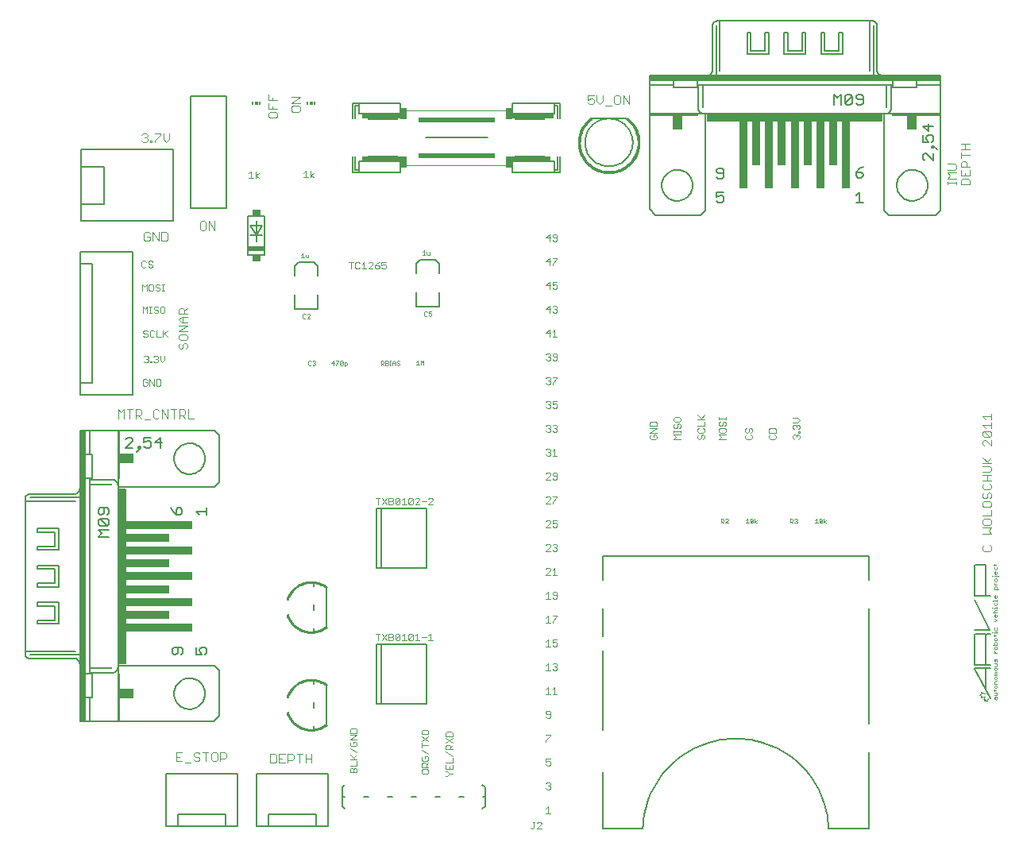
<source format=gto>
G75*
G70*
%OFA0B0*%
%FSLAX24Y24*%
%IPPOS*%
%LPD*%
%AMOC8*
5,1,8,0,0,1.08239X$1,22.5*
%
%ADD10C,0.0020*%
%ADD11C,0.0030*%
%ADD12C,0.0080*%
%ADD13C,0.0050*%
%ADD14C,0.0060*%
%ADD15R,0.0250X0.0450*%
%ADD16R,0.1750X0.0200*%
%ADD17R,0.3200X0.0200*%
%ADD18R,0.1250X0.0050*%
%ADD19R,0.1600X0.0200*%
%ADD20R,0.0100X0.0950*%
%ADD21R,0.0400X0.0650*%
%ADD22R,0.7300X0.0300*%
%ADD23R,1.2200X0.0200*%
%ADD24R,0.0320X0.2850*%
%ADD25R,0.0320X0.1850*%
%ADD26R,0.0950X0.0100*%
%ADD27R,0.0650X0.0400*%
%ADD28R,0.0300X0.7300*%
%ADD29R,0.0200X1.2200*%
%ADD30R,0.2850X0.0320*%
%ADD31R,0.1850X0.0320*%
%ADD32C,0.0010*%
%ADD33R,0.0059X0.0118*%
%ADD34R,0.0118X0.0118*%
%ADD35R,0.0736X0.0200*%
%ADD36R,0.0335X0.0250*%
D10*
X013788Y002679D02*
X013788Y002819D01*
X013835Y002866D01*
X013881Y002866D01*
X013928Y002819D01*
X013928Y002679D01*
X013928Y002819D02*
X013975Y002866D01*
X014022Y002866D01*
X014068Y002819D01*
X014068Y002679D01*
X013788Y002679D01*
X013788Y002955D02*
X014068Y002955D01*
X014068Y003142D01*
X014068Y003231D02*
X013788Y003231D01*
X013928Y003278D02*
X014068Y003418D01*
X014068Y003507D02*
X013788Y003694D01*
X013835Y003784D02*
X013788Y003830D01*
X013788Y003924D01*
X013835Y003971D01*
X013928Y003971D02*
X013928Y003877D01*
X013928Y003971D02*
X014022Y003971D01*
X014068Y003924D01*
X014068Y003830D01*
X014022Y003784D01*
X013835Y003784D01*
X013788Y004060D02*
X014068Y004060D01*
X014068Y004247D02*
X013788Y004247D01*
X013788Y004336D02*
X013788Y004476D01*
X013835Y004523D01*
X014022Y004523D01*
X014068Y004476D01*
X014068Y004336D01*
X013788Y004336D01*
X013788Y004060D02*
X014068Y004247D01*
X013788Y003418D02*
X013975Y003231D01*
X016788Y003218D02*
X016835Y003171D01*
X017022Y003171D01*
X017068Y003218D01*
X017068Y003311D01*
X017022Y003358D01*
X016928Y003358D01*
X016928Y003265D01*
X016835Y003358D02*
X016788Y003311D01*
X016788Y003218D01*
X016835Y003082D02*
X016928Y003082D01*
X016975Y003035D01*
X016975Y002895D01*
X017068Y002895D02*
X016788Y002895D01*
X016788Y003035D01*
X016835Y003082D01*
X016975Y002988D02*
X017068Y003082D01*
X017022Y002806D02*
X016835Y002806D01*
X016788Y002759D01*
X016788Y002666D01*
X016835Y002619D01*
X017022Y002619D01*
X017068Y002666D01*
X017068Y002759D01*
X017022Y002806D01*
X017068Y003447D02*
X016788Y003634D01*
X016788Y003724D02*
X016788Y003911D01*
X016788Y004000D02*
X017068Y004187D01*
X017068Y004276D02*
X017068Y004416D01*
X017022Y004463D01*
X016835Y004463D01*
X016788Y004416D01*
X016788Y004276D01*
X017068Y004276D01*
X017068Y004000D02*
X016788Y004187D01*
X016788Y003817D02*
X017068Y003817D01*
X017798Y003784D02*
X017798Y003644D01*
X018078Y003644D01*
X017985Y003644D02*
X017985Y003784D01*
X017938Y003831D01*
X017845Y003831D01*
X017798Y003784D01*
X017798Y003920D02*
X018078Y004107D01*
X018078Y004196D02*
X017798Y004196D01*
X017798Y004336D01*
X017845Y004383D01*
X018032Y004383D01*
X018078Y004336D01*
X018078Y004196D01*
X018078Y003920D02*
X017798Y004107D01*
X018078Y003831D02*
X017985Y003737D01*
X017798Y003554D02*
X018078Y003367D01*
X018078Y003278D02*
X018078Y003091D01*
X017798Y003091D01*
X017798Y003002D02*
X017798Y002815D01*
X018078Y002815D01*
X018078Y003002D01*
X017938Y002908D02*
X017938Y002815D01*
X017845Y002726D02*
X017798Y002726D01*
X017845Y002726D02*
X017938Y002632D01*
X018078Y002632D01*
X017938Y002632D02*
X017845Y002539D01*
X017798Y002539D01*
X021348Y000369D02*
X021395Y000322D01*
X021442Y000322D01*
X021488Y000369D01*
X021488Y000603D01*
X021442Y000603D02*
X021535Y000603D01*
X021624Y000556D02*
X021671Y000603D01*
X021765Y000603D01*
X021811Y000556D01*
X021811Y000509D01*
X021624Y000322D01*
X021811Y000322D01*
X021998Y000972D02*
X022185Y000972D01*
X022092Y000972D02*
X022092Y001253D01*
X021998Y001159D01*
X022045Y001972D02*
X021998Y002019D01*
X022045Y001972D02*
X022138Y001972D01*
X022185Y002019D01*
X022185Y002066D01*
X022138Y002113D01*
X022092Y002113D01*
X022138Y002113D02*
X022185Y002159D01*
X022185Y002206D01*
X022138Y002253D01*
X022045Y002253D01*
X021998Y002206D01*
X022045Y002972D02*
X021998Y003019D01*
X022045Y002972D02*
X022138Y002972D01*
X022185Y003019D01*
X022185Y003113D01*
X022138Y003159D01*
X022092Y003159D01*
X021998Y003113D01*
X021998Y003253D01*
X022185Y003253D01*
X021998Y003972D02*
X021998Y004019D01*
X022185Y004206D01*
X022185Y004253D01*
X021998Y004253D01*
X022045Y004972D02*
X022138Y004972D01*
X022185Y005019D01*
X022185Y005206D01*
X022138Y005253D01*
X022045Y005253D01*
X021998Y005206D01*
X021998Y005159D01*
X022045Y005113D01*
X022185Y005113D01*
X022045Y004972D02*
X021998Y005019D01*
X021998Y005972D02*
X022185Y005972D01*
X022274Y005972D02*
X022461Y005972D01*
X022368Y005972D02*
X022368Y006253D01*
X022274Y006159D01*
X022092Y006253D02*
X022092Y005972D01*
X021998Y006159D02*
X022092Y006253D01*
X022092Y006972D02*
X022092Y007253D01*
X021998Y007159D01*
X021998Y006972D02*
X022185Y006972D01*
X022274Y007019D02*
X022321Y006972D01*
X022415Y006972D01*
X022461Y007019D01*
X022461Y007066D01*
X022415Y007113D01*
X022368Y007113D01*
X022415Y007113D02*
X022461Y007159D01*
X022461Y007206D01*
X022415Y007253D01*
X022321Y007253D01*
X022274Y007206D01*
X022321Y007972D02*
X022274Y008019D01*
X022321Y007972D02*
X022415Y007972D01*
X022461Y008019D01*
X022461Y008113D01*
X022415Y008159D01*
X022368Y008159D01*
X022274Y008113D01*
X022274Y008253D01*
X022461Y008253D01*
X022092Y008253D02*
X022092Y007972D01*
X022185Y007972D02*
X021998Y007972D01*
X021998Y008159D02*
X022092Y008253D01*
X022092Y008972D02*
X022092Y009253D01*
X021998Y009159D01*
X021998Y008972D02*
X022185Y008972D01*
X022274Y008972D02*
X022274Y009019D01*
X022461Y009206D01*
X022461Y009253D01*
X022274Y009253D01*
X022321Y009972D02*
X022415Y009972D01*
X022461Y010019D01*
X022461Y010206D01*
X022415Y010253D01*
X022321Y010253D01*
X022274Y010206D01*
X022274Y010159D01*
X022321Y010113D01*
X022461Y010113D01*
X022321Y009972D02*
X022274Y010019D01*
X022185Y009972D02*
X021998Y009972D01*
X022092Y009972D02*
X022092Y010253D01*
X021998Y010159D01*
X021998Y010972D02*
X022185Y011159D01*
X022185Y011206D01*
X022138Y011253D01*
X022045Y011253D01*
X021998Y011206D01*
X021998Y010972D02*
X022185Y010972D01*
X022274Y010972D02*
X022461Y010972D01*
X022368Y010972D02*
X022368Y011253D01*
X022274Y011159D01*
X022321Y011972D02*
X022274Y012019D01*
X022321Y011972D02*
X022415Y011972D01*
X022461Y012019D01*
X022461Y012066D01*
X022415Y012113D01*
X022368Y012113D01*
X022415Y012113D02*
X022461Y012159D01*
X022461Y012206D01*
X022415Y012253D01*
X022321Y012253D01*
X022274Y012206D01*
X022185Y012206D02*
X022138Y012253D01*
X022045Y012253D01*
X021998Y012206D01*
X022185Y012206D02*
X022185Y012159D01*
X021998Y011972D01*
X022185Y011972D01*
X022185Y012972D02*
X021998Y012972D01*
X022185Y013159D01*
X022185Y013206D01*
X022138Y013253D01*
X022045Y013253D01*
X021998Y013206D01*
X022274Y013253D02*
X022274Y013113D01*
X022368Y013159D01*
X022415Y013159D01*
X022461Y013113D01*
X022461Y013019D01*
X022415Y012972D01*
X022321Y012972D01*
X022274Y013019D01*
X022274Y013253D02*
X022461Y013253D01*
X022274Y013972D02*
X022274Y014019D01*
X022461Y014206D01*
X022461Y014253D01*
X022274Y014253D01*
X022185Y014206D02*
X022138Y014253D01*
X022045Y014253D01*
X021998Y014206D01*
X022185Y014206D02*
X022185Y014159D01*
X021998Y013972D01*
X022185Y013972D01*
X022185Y014972D02*
X021998Y014972D01*
X022185Y015159D01*
X022185Y015206D01*
X022138Y015253D01*
X022045Y015253D01*
X021998Y015206D01*
X022274Y015206D02*
X022274Y015159D01*
X022321Y015113D01*
X022461Y015113D01*
X022461Y015206D02*
X022415Y015253D01*
X022321Y015253D01*
X022274Y015206D01*
X022274Y015019D02*
X022321Y014972D01*
X022415Y014972D01*
X022461Y015019D01*
X022461Y015206D01*
X022461Y015972D02*
X022274Y015972D01*
X022368Y015972D02*
X022368Y016253D01*
X022274Y016159D01*
X022185Y016159D02*
X022138Y016113D01*
X022185Y016066D01*
X022185Y016019D01*
X022138Y015972D01*
X022045Y015972D01*
X021998Y016019D01*
X022092Y016113D02*
X022138Y016113D01*
X022185Y016159D02*
X022185Y016206D01*
X022138Y016253D01*
X022045Y016253D01*
X021998Y016206D01*
X022045Y016972D02*
X021998Y017019D01*
X022045Y016972D02*
X022138Y016972D01*
X022185Y017019D01*
X022185Y017066D01*
X022138Y017113D01*
X022092Y017113D01*
X022138Y017113D02*
X022185Y017159D01*
X022185Y017206D01*
X022138Y017253D01*
X022045Y017253D01*
X021998Y017206D01*
X022274Y017206D02*
X022321Y017253D01*
X022415Y017253D01*
X022461Y017206D01*
X022461Y017159D01*
X022415Y017113D01*
X022461Y017066D01*
X022461Y017019D01*
X022415Y016972D01*
X022321Y016972D01*
X022274Y017019D01*
X022368Y017113D02*
X022415Y017113D01*
X022415Y017972D02*
X022321Y017972D01*
X022274Y018019D01*
X022185Y018019D02*
X022138Y017972D01*
X022045Y017972D01*
X021998Y018019D01*
X022092Y018113D02*
X022138Y018113D01*
X022185Y018066D01*
X022185Y018019D01*
X022138Y018113D02*
X022185Y018159D01*
X022185Y018206D01*
X022138Y018253D01*
X022045Y018253D01*
X021998Y018206D01*
X022274Y018253D02*
X022274Y018113D01*
X022368Y018159D01*
X022415Y018159D01*
X022461Y018113D01*
X022461Y018019D01*
X022415Y017972D01*
X022461Y018253D02*
X022274Y018253D01*
X022274Y018972D02*
X022274Y019019D01*
X022461Y019206D01*
X022461Y019253D01*
X022274Y019253D01*
X022185Y019206D02*
X022185Y019159D01*
X022138Y019113D01*
X022185Y019066D01*
X022185Y019019D01*
X022138Y018972D01*
X022045Y018972D01*
X021998Y019019D01*
X022092Y019113D02*
X022138Y019113D01*
X022185Y019206D02*
X022138Y019253D01*
X022045Y019253D01*
X021998Y019206D01*
X022045Y019972D02*
X021998Y020019D01*
X022045Y019972D02*
X022138Y019972D01*
X022185Y020019D01*
X022185Y020066D01*
X022138Y020113D01*
X022092Y020113D01*
X022138Y020113D02*
X022185Y020159D01*
X022185Y020206D01*
X022138Y020253D01*
X022045Y020253D01*
X021998Y020206D01*
X022274Y020206D02*
X022274Y020159D01*
X022321Y020113D01*
X022461Y020113D01*
X022461Y020206D02*
X022415Y020253D01*
X022321Y020253D01*
X022274Y020206D01*
X022274Y020019D02*
X022321Y019972D01*
X022415Y019972D01*
X022461Y020019D01*
X022461Y020206D01*
X022461Y020972D02*
X022274Y020972D01*
X022368Y020972D02*
X022368Y021253D01*
X022274Y021159D01*
X022185Y021113D02*
X021998Y021113D01*
X022138Y021253D01*
X022138Y020972D01*
X022138Y021972D02*
X022138Y022253D01*
X021998Y022113D01*
X022185Y022113D01*
X022274Y022206D02*
X022321Y022253D01*
X022415Y022253D01*
X022461Y022206D01*
X022461Y022159D01*
X022415Y022113D01*
X022461Y022066D01*
X022461Y022019D01*
X022415Y021972D01*
X022321Y021972D01*
X022274Y022019D01*
X022368Y022113D02*
X022415Y022113D01*
X022415Y022972D02*
X022321Y022972D01*
X022274Y023019D01*
X022274Y023113D02*
X022368Y023159D01*
X022415Y023159D01*
X022461Y023113D01*
X022461Y023019D01*
X022415Y022972D01*
X022274Y023113D02*
X022274Y023253D01*
X022461Y023253D01*
X022185Y023113D02*
X021998Y023113D01*
X022138Y023253D01*
X022138Y022972D01*
X022138Y023972D02*
X022138Y024253D01*
X021998Y024113D01*
X022185Y024113D01*
X022274Y024019D02*
X022274Y023972D01*
X022274Y024019D02*
X022461Y024206D01*
X022461Y024253D01*
X022274Y024253D01*
X022321Y024972D02*
X022415Y024972D01*
X022461Y025019D01*
X022461Y025206D01*
X022415Y025253D01*
X022321Y025253D01*
X022274Y025206D01*
X022274Y025159D01*
X022321Y025113D01*
X022461Y025113D01*
X022321Y024972D02*
X022274Y025019D01*
X022185Y025113D02*
X021998Y025113D01*
X022138Y025253D01*
X022138Y024972D01*
X020338Y028162D02*
X016138Y028162D01*
X016138Y030462D02*
X020338Y030462D01*
X017114Y024518D02*
X017114Y024398D01*
X017023Y024398D01*
X016993Y024428D01*
X016993Y024518D01*
X016929Y024398D02*
X016809Y024398D01*
X016869Y024398D02*
X016869Y024578D01*
X016809Y024518D01*
X015286Y024093D02*
X015099Y024093D01*
X015099Y023953D01*
X015193Y023999D01*
X015239Y023999D01*
X015286Y023953D01*
X015286Y023859D01*
X015239Y023812D01*
X015146Y023812D01*
X015099Y023859D01*
X015010Y023859D02*
X015010Y023906D01*
X014963Y023953D01*
X014823Y023953D01*
X014823Y023859D01*
X014870Y023812D01*
X014963Y023812D01*
X015010Y023859D01*
X014917Y024046D02*
X014823Y023953D01*
X014734Y023999D02*
X014734Y024046D01*
X014687Y024093D01*
X014594Y024093D01*
X014547Y024046D01*
X014364Y024093D02*
X014364Y023812D01*
X014271Y023812D02*
X014458Y023812D01*
X014547Y023812D02*
X014734Y023999D01*
X014734Y023812D02*
X014547Y023812D01*
X014271Y023999D02*
X014364Y024093D01*
X014181Y024046D02*
X014135Y024093D01*
X014041Y024093D01*
X013994Y024046D01*
X013994Y023859D01*
X014041Y023812D01*
X014135Y023812D01*
X014181Y023859D01*
X013905Y024093D02*
X013718Y024093D01*
X013812Y024093D02*
X013812Y023812D01*
X014917Y024046D02*
X015010Y024093D01*
X016920Y022009D02*
X016890Y021979D01*
X016890Y021859D01*
X016920Y021829D01*
X016980Y021829D01*
X017010Y021859D01*
X017074Y021859D02*
X017104Y021829D01*
X017164Y021829D01*
X017194Y021859D01*
X017194Y021919D01*
X017164Y021949D01*
X017134Y021949D01*
X017074Y021919D01*
X017074Y022009D01*
X017194Y022009D01*
X017010Y021979D02*
X016980Y022009D01*
X016920Y022009D01*
X016864Y019963D02*
X016864Y019782D01*
X016744Y019782D02*
X016744Y019963D01*
X016804Y019903D01*
X016864Y019963D01*
X016620Y019963D02*
X016620Y019782D01*
X016560Y019782D02*
X016680Y019782D01*
X016560Y019903D02*
X016620Y019963D01*
X015864Y019923D02*
X015834Y019953D01*
X015774Y019953D01*
X015744Y019923D01*
X015744Y019893D01*
X015774Y019862D01*
X015834Y019862D01*
X015864Y019832D01*
X015864Y019802D01*
X015834Y019772D01*
X015774Y019772D01*
X015744Y019802D01*
X015680Y019772D02*
X015680Y019893D01*
X015620Y019953D01*
X015560Y019893D01*
X015560Y019772D01*
X015497Y019772D02*
X015437Y019772D01*
X015467Y019772D02*
X015467Y019953D01*
X015437Y019953D02*
X015497Y019953D01*
X015560Y019862D02*
X015680Y019862D01*
X015373Y019832D02*
X015373Y019802D01*
X015343Y019772D01*
X015253Y019772D01*
X015253Y019953D01*
X015343Y019953D01*
X015373Y019923D01*
X015373Y019893D01*
X015343Y019862D01*
X015253Y019862D01*
X015189Y019862D02*
X015159Y019832D01*
X015069Y019832D01*
X015069Y019772D02*
X015069Y019953D01*
X015159Y019953D01*
X015189Y019923D01*
X015189Y019862D01*
X015129Y019832D02*
X015189Y019772D01*
X015343Y019862D02*
X015373Y019832D01*
X013664Y019802D02*
X013634Y019772D01*
X013544Y019772D01*
X013544Y019712D02*
X013544Y019893D01*
X013634Y019893D01*
X013664Y019862D01*
X013664Y019802D01*
X013480Y019802D02*
X013450Y019772D01*
X013390Y019772D01*
X013360Y019802D01*
X013480Y019923D01*
X013480Y019802D01*
X013360Y019802D02*
X013360Y019923D01*
X013390Y019953D01*
X013450Y019953D01*
X013480Y019923D01*
X013296Y019923D02*
X013176Y019802D01*
X013176Y019772D01*
X013082Y019772D02*
X013082Y019953D01*
X012992Y019862D01*
X013112Y019862D01*
X013176Y019953D02*
X013296Y019953D01*
X013296Y019923D01*
X012324Y019923D02*
X012324Y019893D01*
X012294Y019862D01*
X012324Y019832D01*
X012324Y019802D01*
X012294Y019772D01*
X012234Y019772D01*
X012204Y019802D01*
X012140Y019802D02*
X012110Y019772D01*
X012050Y019772D01*
X012020Y019802D01*
X012020Y019923D01*
X012050Y019953D01*
X012110Y019953D01*
X012140Y019923D01*
X012204Y019923D02*
X012234Y019953D01*
X012294Y019953D01*
X012324Y019923D01*
X012294Y019862D02*
X012264Y019862D01*
X012094Y021739D02*
X011974Y021739D01*
X012094Y021859D01*
X012094Y021889D01*
X012064Y021919D01*
X012004Y021919D01*
X011974Y021889D01*
X011910Y021889D02*
X011880Y021919D01*
X011820Y021919D01*
X011790Y021889D01*
X011790Y021769D01*
X011820Y021739D01*
X011880Y021739D01*
X011910Y021769D01*
X011943Y024278D02*
X012034Y024278D01*
X012034Y024398D01*
X011913Y024398D02*
X011913Y024308D01*
X011943Y024278D01*
X011849Y024278D02*
X011729Y024278D01*
X011789Y024278D02*
X011789Y024458D01*
X011729Y024398D01*
X011832Y027642D02*
X012019Y027642D01*
X012108Y027642D02*
X012108Y027923D01*
X012248Y027829D02*
X012108Y027736D01*
X012248Y027642D01*
X011925Y027642D02*
X011925Y027923D01*
X011832Y027829D01*
X009948Y027809D02*
X009808Y027716D01*
X009948Y027622D01*
X009808Y027622D02*
X009808Y027903D01*
X009625Y027903D02*
X009625Y027622D01*
X009532Y027622D02*
X009719Y027622D01*
X009532Y027809D02*
X009625Y027903D01*
X005491Y024096D02*
X005445Y024143D01*
X005351Y024143D01*
X005304Y024096D01*
X005304Y024049D01*
X005351Y024003D01*
X005445Y024003D01*
X005491Y023956D01*
X005491Y023909D01*
X005445Y023862D01*
X005351Y023862D01*
X005304Y023909D01*
X005215Y023909D02*
X005168Y023862D01*
X005075Y023862D01*
X005028Y023909D01*
X005028Y024096D01*
X005075Y024143D01*
X005168Y024143D01*
X005215Y024096D01*
X005245Y023163D02*
X005245Y022882D01*
X005334Y022929D02*
X005381Y022882D01*
X005475Y022882D01*
X005521Y022929D01*
X005521Y023116D01*
X005475Y023163D01*
X005381Y023163D01*
X005334Y023116D01*
X005334Y022929D01*
X005152Y023069D02*
X005245Y023163D01*
X005152Y023069D02*
X005058Y023163D01*
X005058Y022882D01*
X005611Y022929D02*
X005657Y022882D01*
X005751Y022882D01*
X005798Y022929D01*
X005798Y022976D01*
X005751Y023023D01*
X005657Y023023D01*
X005611Y023069D01*
X005611Y023116D01*
X005657Y023163D01*
X005751Y023163D01*
X005798Y023116D01*
X005887Y023163D02*
X005980Y023163D01*
X005934Y023163D02*
X005934Y022882D01*
X005980Y022882D02*
X005887Y022882D01*
X005862Y022223D02*
X005815Y022176D01*
X005815Y021989D01*
X005862Y021942D01*
X005955Y021942D01*
X006002Y021989D01*
X006002Y022176D01*
X005955Y022223D01*
X005862Y022223D01*
X005725Y022176D02*
X005679Y022223D01*
X005585Y022223D01*
X005539Y022176D01*
X005539Y022129D01*
X005585Y022083D01*
X005679Y022083D01*
X005725Y022036D01*
X005725Y021989D01*
X005679Y021942D01*
X005585Y021942D01*
X005539Y021989D01*
X005448Y021942D02*
X005354Y021942D01*
X005401Y021942D02*
X005401Y022223D01*
X005354Y022223D02*
X005448Y022223D01*
X005265Y022223D02*
X005265Y021942D01*
X005078Y021942D02*
X005078Y022223D01*
X005172Y022129D01*
X005265Y022223D01*
X005238Y021233D02*
X005145Y021233D01*
X005098Y021186D01*
X005098Y021139D01*
X005145Y021093D01*
X005238Y021093D01*
X005285Y021046D01*
X005285Y020999D01*
X005238Y020952D01*
X005145Y020952D01*
X005098Y020999D01*
X005285Y021186D02*
X005238Y021233D01*
X005374Y021186D02*
X005374Y020999D01*
X005421Y020952D01*
X005515Y020952D01*
X005561Y020999D01*
X005651Y020952D02*
X005838Y020952D01*
X005927Y020952D02*
X005927Y021233D01*
X005974Y021093D02*
X006114Y020952D01*
X005927Y021046D02*
X006114Y021233D01*
X005651Y021233D02*
X005651Y020952D01*
X005561Y021186D02*
X005515Y021233D01*
X005421Y021233D01*
X005374Y021186D01*
X005258Y020163D02*
X005305Y020116D01*
X005305Y020069D01*
X005258Y020023D01*
X005305Y019976D01*
X005305Y019929D01*
X005258Y019882D01*
X005165Y019882D01*
X005118Y019929D01*
X005212Y020023D02*
X005258Y020023D01*
X005258Y020163D02*
X005165Y020163D01*
X005118Y020116D01*
X005394Y019929D02*
X005441Y019929D01*
X005441Y019882D01*
X005394Y019882D01*
X005394Y019929D01*
X005533Y019929D02*
X005579Y019882D01*
X005673Y019882D01*
X005719Y019929D01*
X005719Y019976D01*
X005673Y020023D01*
X005626Y020023D01*
X005673Y020023D02*
X005719Y020069D01*
X005719Y020116D01*
X005673Y020163D01*
X005579Y020163D01*
X005533Y020116D01*
X005809Y020163D02*
X005809Y019976D01*
X005902Y019882D01*
X005996Y019976D01*
X005996Y020163D01*
X005781Y019183D02*
X005641Y019183D01*
X005641Y018902D01*
X005781Y018902D01*
X005828Y018949D01*
X005828Y019136D01*
X005781Y019183D01*
X005551Y019183D02*
X005551Y018902D01*
X005364Y019183D01*
X005364Y018902D01*
X005275Y018949D02*
X005275Y019043D01*
X005182Y019043D01*
X005275Y019136D02*
X005228Y019183D01*
X005135Y019183D01*
X005088Y019136D01*
X005088Y018949D01*
X005135Y018902D01*
X005228Y018902D01*
X005275Y018949D01*
X014848Y014203D02*
X015035Y014203D01*
X015124Y014203D02*
X015311Y013922D01*
X015401Y013922D02*
X015541Y013922D01*
X015588Y013969D01*
X015588Y014016D01*
X015541Y014063D01*
X015401Y014063D01*
X015401Y014203D02*
X015401Y013922D01*
X015541Y014063D02*
X015588Y014109D01*
X015588Y014156D01*
X015541Y014203D01*
X015401Y014203D01*
X015311Y014203D02*
X015124Y013922D01*
X014942Y013922D02*
X014942Y014203D01*
X015677Y014156D02*
X015677Y013969D01*
X015864Y014156D01*
X015864Y013969D01*
X015817Y013922D01*
X015724Y013922D01*
X015677Y013969D01*
X015677Y014156D02*
X015724Y014203D01*
X015817Y014203D01*
X015864Y014156D01*
X015953Y014109D02*
X016047Y014203D01*
X016047Y013922D01*
X016140Y013922D02*
X015953Y013922D01*
X016229Y013969D02*
X016416Y014156D01*
X016416Y013969D01*
X016369Y013922D01*
X016276Y013922D01*
X016229Y013969D01*
X016229Y014156D01*
X016276Y014203D01*
X016369Y014203D01*
X016416Y014156D01*
X016506Y014156D02*
X016552Y014203D01*
X016646Y014203D01*
X016692Y014156D01*
X016692Y014109D01*
X016506Y013922D01*
X016692Y013922D01*
X016782Y014063D02*
X016969Y014063D01*
X017058Y014156D02*
X017105Y014203D01*
X017198Y014203D01*
X017245Y014156D01*
X017245Y014109D01*
X017058Y013922D01*
X017245Y013922D01*
X017151Y008503D02*
X017151Y008222D01*
X017058Y008222D02*
X017245Y008222D01*
X017058Y008409D02*
X017151Y008503D01*
X016969Y008363D02*
X016782Y008363D01*
X016692Y008222D02*
X016506Y008222D01*
X016599Y008222D02*
X016599Y008503D01*
X016506Y008409D01*
X016416Y008456D02*
X016229Y008269D01*
X016276Y008222D01*
X016369Y008222D01*
X016416Y008269D01*
X016416Y008456D01*
X016369Y008503D01*
X016276Y008503D01*
X016229Y008456D01*
X016229Y008269D01*
X016140Y008222D02*
X015953Y008222D01*
X016047Y008222D02*
X016047Y008503D01*
X015953Y008409D01*
X015864Y008456D02*
X015677Y008269D01*
X015724Y008222D01*
X015817Y008222D01*
X015864Y008269D01*
X015864Y008456D01*
X015817Y008503D01*
X015724Y008503D01*
X015677Y008456D01*
X015677Y008269D01*
X015588Y008269D02*
X015541Y008222D01*
X015401Y008222D01*
X015401Y008503D01*
X015541Y008503D01*
X015588Y008456D01*
X015588Y008409D01*
X015541Y008363D01*
X015401Y008363D01*
X015541Y008363D02*
X015588Y008316D01*
X015588Y008269D01*
X015311Y008222D02*
X015124Y008503D01*
X015035Y008503D02*
X014848Y008503D01*
X014942Y008503D02*
X014942Y008222D01*
X015124Y008222D02*
X015311Y008503D01*
X026368Y016709D02*
X026415Y016662D01*
X026602Y016662D01*
X026648Y016709D01*
X026648Y016803D01*
X026602Y016849D01*
X026508Y016849D01*
X026508Y016756D01*
X026415Y016849D02*
X026368Y016803D01*
X026368Y016709D01*
X026368Y016939D02*
X026648Y017125D01*
X026368Y017125D01*
X026368Y017215D02*
X026368Y017355D01*
X026415Y017402D01*
X026602Y017402D01*
X026648Y017355D01*
X026648Y017215D01*
X026368Y017215D01*
X026368Y016939D02*
X026648Y016939D01*
X027368Y016939D02*
X027368Y017032D01*
X027368Y016985D02*
X027648Y016985D01*
X027648Y016939D02*
X027648Y017032D01*
X027602Y017123D02*
X027648Y017169D01*
X027648Y017263D01*
X027602Y017310D01*
X027555Y017310D01*
X027508Y017263D01*
X027508Y017169D01*
X027461Y017123D01*
X027415Y017123D01*
X027368Y017169D01*
X027368Y017263D01*
X027415Y017310D01*
X027415Y017399D02*
X027602Y017399D01*
X027648Y017446D01*
X027648Y017539D01*
X027602Y017586D01*
X027415Y017586D01*
X027368Y017539D01*
X027368Y017446D01*
X027415Y017399D01*
X027368Y016849D02*
X027648Y016849D01*
X027648Y016662D02*
X027368Y016662D01*
X027461Y016756D01*
X027368Y016849D01*
X028368Y016803D02*
X028368Y016709D01*
X028415Y016662D01*
X028461Y016662D01*
X028508Y016709D01*
X028508Y016803D01*
X028555Y016849D01*
X028602Y016849D01*
X028648Y016803D01*
X028648Y016709D01*
X028602Y016662D01*
X028415Y016849D02*
X028368Y016803D01*
X028415Y016939D02*
X028602Y016939D01*
X028648Y016985D01*
X028648Y017079D01*
X028602Y017125D01*
X028648Y017215D02*
X028368Y017215D01*
X028415Y017125D02*
X028368Y017079D01*
X028368Y016985D01*
X028415Y016939D01*
X028648Y017215D02*
X028648Y017402D01*
X028648Y017491D02*
X028368Y017491D01*
X028508Y017538D02*
X028648Y017678D01*
X028555Y017491D02*
X028368Y017678D01*
X029268Y017584D02*
X029268Y017491D01*
X029268Y017538D02*
X029548Y017538D01*
X029548Y017584D02*
X029548Y017491D01*
X029502Y017402D02*
X029548Y017355D01*
X029548Y017262D01*
X029502Y017215D01*
X029502Y017125D02*
X029315Y017125D01*
X029268Y017079D01*
X029268Y016985D01*
X029315Y016939D01*
X029502Y016939D01*
X029548Y016985D01*
X029548Y017079D01*
X029502Y017125D01*
X029408Y017262D02*
X029408Y017355D01*
X029455Y017402D01*
X029502Y017402D01*
X029408Y017262D02*
X029361Y017215D01*
X029315Y017215D01*
X029268Y017262D01*
X029268Y017355D01*
X029315Y017402D01*
X029268Y016849D02*
X029548Y016849D01*
X029548Y016662D02*
X029268Y016662D01*
X029361Y016756D01*
X029268Y016849D01*
X030368Y016803D02*
X030368Y016709D01*
X030415Y016662D01*
X030602Y016662D01*
X030648Y016709D01*
X030648Y016803D01*
X030602Y016849D01*
X030602Y016939D02*
X030648Y016985D01*
X030648Y017079D01*
X030602Y017125D01*
X030555Y017125D01*
X030508Y017079D01*
X030508Y016985D01*
X030461Y016939D01*
X030415Y016939D01*
X030368Y016985D01*
X030368Y017079D01*
X030415Y017125D01*
X030415Y016849D02*
X030368Y016803D01*
X031368Y016803D02*
X031368Y016709D01*
X031415Y016662D01*
X031602Y016662D01*
X031648Y016709D01*
X031648Y016803D01*
X031602Y016849D01*
X031648Y016939D02*
X031648Y017079D01*
X031602Y017125D01*
X031415Y017125D01*
X031368Y017079D01*
X031368Y016939D01*
X031648Y016939D01*
X031415Y016849D02*
X031368Y016803D01*
X032368Y016803D02*
X032415Y016849D01*
X032461Y016849D01*
X032508Y016803D01*
X032555Y016849D01*
X032602Y016849D01*
X032648Y016803D01*
X032648Y016709D01*
X032602Y016662D01*
X032508Y016756D02*
X032508Y016803D01*
X032368Y016803D02*
X032368Y016709D01*
X032415Y016662D01*
X032602Y016939D02*
X032602Y016985D01*
X032648Y016985D01*
X032648Y016939D01*
X032602Y016939D01*
X032602Y017077D02*
X032648Y017123D01*
X032648Y017217D01*
X032602Y017264D01*
X032555Y017264D01*
X032508Y017217D01*
X032508Y017170D01*
X032508Y017217D02*
X032461Y017264D01*
X032415Y017264D01*
X032368Y017217D01*
X032368Y017123D01*
X032415Y017077D01*
X032368Y017353D02*
X032555Y017353D01*
X032648Y017446D01*
X032555Y017540D01*
X032368Y017540D01*
X032330Y013323D02*
X032240Y013323D01*
X032240Y013142D01*
X032240Y013202D02*
X032330Y013202D01*
X032360Y013232D01*
X032360Y013293D01*
X032330Y013323D01*
X032424Y013293D02*
X032454Y013323D01*
X032514Y013323D01*
X032544Y013293D01*
X032544Y013263D01*
X032514Y013232D01*
X032544Y013202D01*
X032544Y013172D01*
X032514Y013142D01*
X032454Y013142D01*
X032424Y013172D01*
X032360Y013142D02*
X032300Y013202D01*
X032484Y013232D02*
X032514Y013232D01*
X033286Y013263D02*
X033347Y013323D01*
X033347Y013142D01*
X033407Y013142D02*
X033286Y013142D01*
X033471Y013172D02*
X033591Y013293D01*
X033591Y013172D01*
X033561Y013142D01*
X033501Y013142D01*
X033471Y013172D01*
X033471Y013293D01*
X033501Y013323D01*
X033561Y013323D01*
X033591Y013293D01*
X033655Y013323D02*
X033655Y013142D01*
X033655Y013202D02*
X033745Y013263D01*
X033655Y013202D02*
X033745Y013142D01*
X030845Y013142D02*
X030755Y013202D01*
X030845Y013263D01*
X030755Y013323D02*
X030755Y013142D01*
X030691Y013172D02*
X030661Y013142D01*
X030601Y013142D01*
X030571Y013172D01*
X030691Y013293D01*
X030691Y013172D01*
X030571Y013172D02*
X030571Y013293D01*
X030601Y013323D01*
X030661Y013323D01*
X030691Y013293D01*
X030507Y013142D02*
X030386Y013142D01*
X030447Y013142D02*
X030447Y013323D01*
X030386Y013263D01*
X029644Y013263D02*
X029644Y013293D01*
X029614Y013323D01*
X029554Y013323D01*
X029524Y013293D01*
X029460Y013293D02*
X029460Y013232D01*
X029430Y013202D01*
X029340Y013202D01*
X029340Y013142D02*
X029340Y013323D01*
X029430Y013323D01*
X029460Y013293D01*
X029400Y013202D02*
X029460Y013142D01*
X029524Y013142D02*
X029644Y013263D01*
X029644Y013142D02*
X029524Y013142D01*
X040188Y005932D02*
X040298Y005882D01*
X040268Y005812D01*
X040428Y005852D01*
X040358Y005772D01*
X040408Y005762D01*
X040388Y005682D01*
X040458Y005712D01*
X040478Y005662D01*
X040568Y005782D01*
X040808Y005752D02*
X040808Y005812D01*
X040838Y005843D01*
X040928Y005843D01*
X040928Y005752D01*
X040898Y005722D01*
X040868Y005752D01*
X040868Y005843D01*
X040898Y005907D02*
X040928Y005937D01*
X040928Y006027D01*
X040808Y006027D01*
X040808Y006091D02*
X040808Y006151D01*
X040778Y006121D02*
X040898Y006121D01*
X040928Y006151D01*
X040898Y006213D02*
X040928Y006243D01*
X040928Y006304D01*
X040898Y006334D01*
X040838Y006334D01*
X040808Y006304D01*
X040808Y006243D01*
X040838Y006213D01*
X040898Y006213D01*
X040928Y006398D02*
X040808Y006398D01*
X040808Y006488D01*
X040838Y006518D01*
X040928Y006518D01*
X040898Y006582D02*
X040928Y006612D01*
X040928Y006672D01*
X040898Y006702D01*
X040838Y006702D01*
X040808Y006672D01*
X040808Y006612D01*
X040838Y006582D01*
X040898Y006582D01*
X040928Y006766D02*
X040808Y006766D01*
X040808Y006796D01*
X040838Y006826D01*
X040808Y006856D01*
X040838Y006886D01*
X040928Y006886D01*
X040928Y006826D02*
X040838Y006826D01*
X040838Y006950D02*
X040898Y006950D01*
X040928Y006980D01*
X040928Y007040D01*
X040898Y007070D01*
X040838Y007070D01*
X040808Y007040D01*
X040808Y006980D01*
X040838Y006950D01*
X040808Y007134D02*
X040898Y007134D01*
X040928Y007164D01*
X040928Y007254D01*
X040808Y007254D01*
X040838Y007318D02*
X040808Y007348D01*
X040808Y007438D01*
X040868Y007408D02*
X040868Y007348D01*
X040838Y007318D01*
X040928Y007318D02*
X040928Y007408D01*
X040898Y007438D01*
X040868Y007408D01*
X040868Y007687D02*
X040808Y007747D01*
X040808Y007777D01*
X040838Y007840D02*
X040898Y007840D01*
X040928Y007870D01*
X040928Y007930D01*
X040898Y007960D01*
X040838Y007960D01*
X040808Y007930D01*
X040808Y007870D01*
X040838Y007840D01*
X040808Y007687D02*
X040928Y007687D01*
X040928Y008024D02*
X040928Y008114D01*
X040898Y008144D01*
X040838Y008144D01*
X040808Y008114D01*
X040808Y008024D01*
X040748Y008024D02*
X040928Y008024D01*
X040898Y008208D02*
X040928Y008238D01*
X040928Y008298D01*
X040898Y008328D01*
X040838Y008328D01*
X040808Y008298D01*
X040808Y008238D01*
X040838Y008208D01*
X040898Y008208D01*
X040808Y008392D02*
X040808Y008452D01*
X040778Y008422D02*
X040898Y008422D01*
X040928Y008452D01*
X040928Y008515D02*
X040928Y008575D01*
X040928Y008545D02*
X040808Y008545D01*
X040808Y008515D01*
X040748Y008545D02*
X040718Y008545D01*
X040838Y008638D02*
X040898Y008638D01*
X040928Y008668D01*
X040928Y008758D01*
X040808Y008758D02*
X040808Y008668D01*
X040838Y008638D01*
X040808Y009006D02*
X040928Y009066D01*
X040808Y009126D01*
X040838Y009190D02*
X040808Y009220D01*
X040808Y009280D01*
X040838Y009310D01*
X040868Y009310D01*
X040868Y009190D01*
X040898Y009190D02*
X040838Y009190D01*
X040898Y009190D02*
X040928Y009220D01*
X040928Y009280D01*
X040928Y009374D02*
X040748Y009374D01*
X040808Y009404D02*
X040808Y009464D01*
X040838Y009494D01*
X040928Y009494D01*
X040928Y009559D02*
X040928Y009619D01*
X040928Y009589D02*
X040808Y009589D01*
X040808Y009559D01*
X040748Y009589D02*
X040718Y009589D01*
X040838Y009681D02*
X040898Y009681D01*
X040928Y009711D01*
X040928Y009801D01*
X040928Y009865D02*
X040928Y009925D01*
X040928Y009895D02*
X040748Y009895D01*
X040748Y009865D01*
X040808Y009801D02*
X040808Y009711D01*
X040838Y009681D01*
X040808Y009404D02*
X040838Y009374D01*
X040838Y009988D02*
X040808Y010018D01*
X040808Y010078D01*
X040838Y010108D01*
X040868Y010108D01*
X040868Y009988D01*
X040898Y009988D02*
X040838Y009988D01*
X040898Y009988D02*
X040928Y010018D01*
X040928Y010078D01*
X040928Y010356D02*
X040928Y010446D01*
X040898Y010477D01*
X040838Y010477D01*
X040808Y010446D01*
X040808Y010356D01*
X040988Y010356D01*
X040928Y010541D02*
X040808Y010541D01*
X040808Y010601D02*
X040808Y010631D01*
X040808Y010601D02*
X040868Y010541D01*
X040838Y010694D02*
X040898Y010694D01*
X040928Y010724D01*
X040928Y010784D01*
X040898Y010814D01*
X040838Y010814D01*
X040808Y010784D01*
X040808Y010724D01*
X040838Y010694D01*
X040988Y010878D02*
X040988Y010908D01*
X040958Y010938D01*
X040808Y010938D01*
X040748Y010938D02*
X040718Y010938D01*
X040808Y011031D02*
X040808Y011091D01*
X040838Y011121D01*
X040868Y011121D01*
X040868Y011001D01*
X040838Y011001D02*
X040808Y011031D01*
X040838Y011001D02*
X040898Y011001D01*
X040928Y011031D01*
X040928Y011091D01*
X040898Y011185D02*
X040928Y011215D01*
X040928Y011305D01*
X040898Y011399D02*
X040928Y011429D01*
X040898Y011399D02*
X040778Y011399D01*
X040808Y011369D02*
X040808Y011429D01*
X040808Y011305D02*
X040808Y011215D01*
X040838Y011185D01*
X040898Y011185D01*
X040268Y006042D02*
X040298Y005982D01*
X040188Y005932D01*
X040268Y006042D02*
X040428Y006002D01*
X040808Y005907D02*
X040898Y005907D01*
D11*
X040632Y011967D02*
X040693Y012029D01*
X040693Y012153D01*
X040632Y012214D01*
X040632Y011967D02*
X040385Y011967D01*
X040323Y012029D01*
X040323Y012153D01*
X040385Y012214D01*
X040323Y012704D02*
X040693Y012704D01*
X040570Y012827D01*
X040693Y012951D01*
X040323Y012951D01*
X040385Y013072D02*
X040632Y013072D01*
X040693Y013134D01*
X040693Y013258D01*
X040632Y013319D01*
X040385Y013319D01*
X040323Y013258D01*
X040323Y013134D01*
X040385Y013072D01*
X040323Y013441D02*
X040693Y013441D01*
X040693Y013688D01*
X040632Y013809D02*
X040693Y013871D01*
X040693Y013994D01*
X040632Y014056D01*
X040385Y014056D01*
X040323Y013994D01*
X040323Y013871D01*
X040385Y013809D01*
X040632Y013809D01*
X040632Y014177D02*
X040693Y014239D01*
X040693Y014362D01*
X040632Y014424D01*
X040570Y014424D01*
X040508Y014362D01*
X040508Y014239D01*
X040446Y014177D01*
X040385Y014177D01*
X040323Y014239D01*
X040323Y014362D01*
X040385Y014424D01*
X040385Y014546D02*
X040632Y014546D01*
X040693Y014607D01*
X040693Y014731D01*
X040632Y014792D01*
X040693Y014914D02*
X040323Y014914D01*
X040385Y014792D02*
X040323Y014731D01*
X040323Y014607D01*
X040385Y014546D01*
X040508Y014914D02*
X040508Y015161D01*
X040632Y015282D02*
X040693Y015344D01*
X040693Y015467D01*
X040632Y015529D01*
X040323Y015529D01*
X040323Y015651D02*
X040693Y015651D01*
X040570Y015651D02*
X040323Y015897D01*
X040508Y015712D02*
X040693Y015897D01*
X040693Y016387D02*
X040446Y016634D01*
X040385Y016634D01*
X040323Y016572D01*
X040323Y016449D01*
X040385Y016387D01*
X040693Y016387D02*
X040693Y016634D01*
X040632Y016755D02*
X040693Y016817D01*
X040693Y016941D01*
X040632Y017002D01*
X040385Y017002D01*
X040632Y016755D01*
X040385Y016755D01*
X040323Y016817D01*
X040323Y016941D01*
X040385Y017002D01*
X040446Y017124D02*
X040323Y017247D01*
X040693Y017247D01*
X040693Y017124D02*
X040693Y017371D01*
X040693Y017492D02*
X040693Y017739D01*
X040693Y017615D02*
X040323Y017615D01*
X040446Y017492D01*
X040323Y015282D02*
X040632Y015282D01*
X040693Y015161D02*
X040323Y015161D01*
X039783Y027347D02*
X039783Y027533D01*
X039722Y027594D01*
X039475Y027594D01*
X039413Y027533D01*
X039413Y027347D01*
X039783Y027347D01*
X039783Y027716D02*
X039783Y027963D01*
X039783Y028084D02*
X039413Y028084D01*
X039413Y028269D01*
X039475Y028331D01*
X039598Y028331D01*
X039660Y028269D01*
X039660Y028084D01*
X039598Y027839D02*
X039598Y027716D01*
X039413Y027716D02*
X039783Y027716D01*
X039413Y027716D02*
X039413Y027963D01*
X039213Y028023D02*
X039213Y028146D01*
X039152Y028208D01*
X038843Y028208D01*
X038843Y027961D02*
X039152Y027961D01*
X039213Y028023D01*
X039213Y027840D02*
X038843Y027840D01*
X038966Y027716D01*
X038843Y027593D01*
X039213Y027593D01*
X039213Y027471D02*
X039213Y027347D01*
X039213Y027409D02*
X038843Y027409D01*
X038843Y027347D02*
X038843Y027471D01*
X039413Y028452D02*
X039413Y028699D01*
X039413Y028821D02*
X039783Y028821D01*
X039598Y028821D02*
X039598Y029068D01*
X039413Y029068D02*
X039783Y029068D01*
X039783Y028576D02*
X039413Y028576D01*
X025483Y030717D02*
X025483Y031088D01*
X025236Y031088D02*
X025483Y030717D01*
X025236Y030717D02*
X025236Y031088D01*
X025115Y031026D02*
X025115Y030779D01*
X025053Y030717D01*
X024930Y030717D01*
X024868Y030779D01*
X024868Y031026D01*
X024930Y031088D01*
X025053Y031088D01*
X025115Y031026D01*
X024747Y030656D02*
X024500Y030656D01*
X024378Y030841D02*
X024378Y031088D01*
X024132Y031088D02*
X024132Y030841D01*
X024255Y030717D01*
X024378Y030841D01*
X024010Y030903D02*
X023948Y030964D01*
X023887Y030964D01*
X023763Y030903D01*
X023763Y031088D01*
X024010Y031088D01*
X024010Y030903D02*
X024010Y030779D01*
X023948Y030717D01*
X023825Y030717D01*
X023763Y030779D01*
X011673Y030769D02*
X011303Y030769D01*
X011673Y031016D01*
X011303Y031016D01*
X011365Y030648D02*
X011303Y030586D01*
X011303Y030463D01*
X011365Y030401D01*
X011612Y030401D01*
X011673Y030463D01*
X011673Y030586D01*
X011612Y030648D01*
X011365Y030648D01*
X010713Y030511D02*
X010343Y030511D01*
X010343Y030758D01*
X010343Y030879D02*
X010343Y031126D01*
X010528Y031003D02*
X010528Y030879D01*
X010713Y030879D02*
X010343Y030879D01*
X010528Y030634D02*
X010528Y030511D01*
X010652Y030389D02*
X010405Y030389D01*
X010343Y030328D01*
X010343Y030204D01*
X010405Y030143D01*
X010652Y030143D01*
X010713Y030204D01*
X010713Y030328D01*
X010652Y030389D01*
X006192Y029498D02*
X006192Y029251D01*
X006068Y029127D01*
X005945Y029251D01*
X005945Y029498D01*
X005823Y029498D02*
X005823Y029436D01*
X005577Y029189D01*
X005577Y029127D01*
X005454Y029127D02*
X005392Y029127D01*
X005392Y029189D01*
X005454Y029189D01*
X005454Y029127D01*
X005271Y029189D02*
X005271Y029251D01*
X005209Y029313D01*
X005148Y029313D01*
X005209Y029313D02*
X005271Y029374D01*
X005271Y029436D01*
X005209Y029498D01*
X005086Y029498D01*
X005024Y029436D01*
X005024Y029189D02*
X005086Y029127D01*
X005209Y029127D01*
X005271Y029189D01*
X005577Y029498D02*
X005823Y029498D01*
X007538Y025808D02*
X007477Y025746D01*
X007477Y025499D01*
X007538Y025437D01*
X007662Y025437D01*
X007724Y025499D01*
X007724Y025746D01*
X007662Y025808D01*
X007538Y025808D01*
X007845Y025808D02*
X007845Y025437D01*
X008092Y025437D02*
X007845Y025808D01*
X008092Y025808D02*
X008092Y025437D01*
X006112Y025286D02*
X006112Y025039D01*
X006050Y024977D01*
X005865Y024977D01*
X005865Y025348D01*
X006050Y025348D01*
X006112Y025286D01*
X005744Y025348D02*
X005744Y024977D01*
X005497Y025348D01*
X005497Y024977D01*
X005375Y025039D02*
X005375Y025163D01*
X005252Y025163D01*
X005375Y025286D02*
X005314Y025348D01*
X005190Y025348D01*
X005128Y025286D01*
X005128Y025039D01*
X005190Y024977D01*
X005314Y024977D01*
X005375Y025039D01*
X006645Y022166D02*
X006768Y022166D01*
X006830Y022104D01*
X006830Y021919D01*
X006953Y021919D02*
X006583Y021919D01*
X006583Y022104D01*
X006645Y022166D01*
X006830Y022043D02*
X006953Y022166D01*
X006953Y021798D02*
X006706Y021798D01*
X006583Y021674D01*
X006706Y021551D01*
X006953Y021551D01*
X006953Y021429D02*
X006583Y021429D01*
X006768Y021551D02*
X006768Y021798D01*
X006953Y021429D02*
X006583Y021183D01*
X006953Y021183D01*
X006892Y021061D02*
X006645Y021061D01*
X006583Y020999D01*
X006583Y020876D01*
X006645Y020814D01*
X006892Y020814D01*
X006953Y020876D01*
X006953Y020999D01*
X006892Y021061D01*
X006892Y020693D02*
X006953Y020631D01*
X006953Y020508D01*
X006892Y020446D01*
X006768Y020508D02*
X006768Y020631D01*
X006830Y020693D01*
X006892Y020693D01*
X006768Y020508D02*
X006706Y020446D01*
X006645Y020446D01*
X006583Y020508D01*
X006583Y020631D01*
X006645Y020693D01*
X006617Y017908D02*
X006802Y017908D01*
X006863Y017846D01*
X006863Y017723D01*
X006802Y017661D01*
X006617Y017661D01*
X006740Y017661D02*
X006863Y017537D01*
X006985Y017537D02*
X007232Y017537D01*
X006985Y017537D02*
X006985Y017908D01*
X006617Y017908D02*
X006617Y017537D01*
X006372Y017537D02*
X006372Y017908D01*
X006495Y017908D02*
X006248Y017908D01*
X006127Y017908D02*
X006127Y017537D01*
X005880Y017908D01*
X005880Y017537D01*
X005759Y017599D02*
X005697Y017537D01*
X005573Y017537D01*
X005512Y017599D01*
X005512Y017846D01*
X005573Y017908D01*
X005697Y017908D01*
X005759Y017846D01*
X005390Y017476D02*
X005143Y017476D01*
X005022Y017537D02*
X004899Y017661D01*
X004960Y017661D02*
X004775Y017661D01*
X004775Y017537D02*
X004775Y017908D01*
X004960Y017908D01*
X005022Y017846D01*
X005022Y017723D01*
X004960Y017661D01*
X004654Y017908D02*
X004407Y017908D01*
X004285Y017908D02*
X004285Y017537D01*
X004530Y017537D02*
X004530Y017908D01*
X004285Y017908D02*
X004162Y017784D01*
X004038Y017908D01*
X004038Y017537D01*
X006483Y003518D02*
X006483Y003147D01*
X006730Y003147D01*
X006852Y003086D02*
X007099Y003086D01*
X007220Y003209D02*
X007282Y003147D01*
X007405Y003147D01*
X007467Y003209D01*
X007467Y003271D01*
X007405Y003333D01*
X007282Y003333D01*
X007220Y003394D01*
X007220Y003456D01*
X007282Y003518D01*
X007405Y003518D01*
X007467Y003456D01*
X007588Y003518D02*
X007835Y003518D01*
X007712Y003518D02*
X007712Y003147D01*
X007957Y003209D02*
X008018Y003147D01*
X008142Y003147D01*
X008203Y003209D01*
X008203Y003456D01*
X008142Y003518D01*
X008018Y003518D01*
X007957Y003456D01*
X007957Y003209D01*
X008325Y003147D02*
X008325Y003518D01*
X008510Y003518D01*
X008572Y003456D01*
X008572Y003333D01*
X008510Y003271D01*
X008325Y003271D01*
X006730Y003518D02*
X006483Y003518D01*
X006483Y003333D02*
X006607Y003333D01*
X010432Y003448D02*
X010432Y003077D01*
X010617Y003077D01*
X010679Y003139D01*
X010679Y003386D01*
X010617Y003448D01*
X010432Y003448D01*
X010800Y003448D02*
X010800Y003077D01*
X011047Y003077D01*
X011168Y003077D02*
X011168Y003448D01*
X011354Y003448D01*
X011415Y003386D01*
X011415Y003263D01*
X011354Y003201D01*
X011168Y003201D01*
X010923Y003263D02*
X010800Y003263D01*
X010800Y003448D02*
X011047Y003448D01*
X011537Y003448D02*
X011784Y003448D01*
X011905Y003448D02*
X011905Y003077D01*
X011905Y003263D02*
X012152Y003263D01*
X012152Y003448D02*
X012152Y003077D01*
X011660Y003077D02*
X011660Y003448D01*
D12*
X012238Y004467D02*
X012238Y004625D01*
X012788Y004688D02*
X012788Y006337D01*
X012238Y006400D02*
X012238Y006558D01*
X012238Y005625D02*
X012238Y005400D01*
X014875Y005572D02*
X014875Y008053D01*
X015072Y008053D01*
X015072Y005572D01*
X014875Y005572D01*
X015072Y005572D02*
X017001Y005572D01*
X017001Y008053D01*
X015072Y008053D01*
X012788Y008788D02*
X012788Y010437D01*
X012238Y010500D02*
X012238Y010658D01*
X012238Y009725D02*
X012238Y009500D01*
X012238Y008725D02*
X012238Y008567D01*
X014875Y011272D02*
X014875Y013753D01*
X015072Y013753D01*
X015072Y011272D01*
X014875Y011272D01*
X015072Y011272D02*
X017001Y011272D01*
X017001Y013753D01*
X015072Y013753D01*
X024384Y011769D02*
X024384Y010746D01*
X024384Y011769D02*
X035545Y011769D01*
X035545Y010746D01*
X035545Y009564D02*
X035545Y004712D01*
X035545Y003512D02*
X035545Y000312D01*
X033864Y000312D01*
X033854Y000503D01*
X033834Y000693D01*
X033805Y000881D01*
X033767Y001068D01*
X033720Y001253D01*
X033664Y001436D01*
X033598Y001615D01*
X033525Y001791D01*
X033442Y001963D01*
X033352Y002131D01*
X033253Y002295D01*
X033146Y002453D01*
X033032Y002606D01*
X032911Y002753D01*
X032782Y002894D01*
X032647Y003029D01*
X032505Y003157D01*
X032357Y003278D01*
X032203Y003391D01*
X032045Y003497D01*
X031881Y003594D01*
X031712Y003684D01*
X031539Y003765D01*
X031363Y003838D01*
X031183Y003902D01*
X031000Y003958D01*
X030815Y004004D01*
X030628Y004041D01*
X030439Y004069D01*
X030249Y004087D01*
X030058Y004097D01*
X029868Y004097D01*
X029677Y004087D01*
X029487Y004069D01*
X029298Y004041D01*
X029111Y004004D01*
X028926Y003958D01*
X028743Y003902D01*
X028563Y003838D01*
X028387Y003765D01*
X028214Y003684D01*
X028045Y003594D01*
X027881Y003497D01*
X027723Y003391D01*
X027569Y003278D01*
X027421Y003157D01*
X027279Y003029D01*
X027144Y002894D01*
X027015Y002753D01*
X026894Y002606D01*
X026780Y002453D01*
X026673Y002295D01*
X026574Y002131D01*
X026484Y001963D01*
X026401Y001791D01*
X026328Y001615D01*
X026262Y001436D01*
X026206Y001253D01*
X026159Y001068D01*
X026121Y000881D01*
X026092Y000693D01*
X026072Y000503D01*
X026062Y000312D01*
X026061Y000312D02*
X024384Y000312D01*
X024384Y002675D01*
X024384Y004446D02*
X024384Y007793D01*
X024384Y008383D02*
X024384Y009564D01*
X019328Y002162D02*
X019438Y002052D01*
X019438Y001662D01*
X019438Y001272D01*
X019328Y001162D01*
X019338Y001662D02*
X019438Y001662D01*
X018538Y001662D02*
X018338Y001662D01*
X017538Y001662D02*
X017338Y001662D01*
X016538Y001662D02*
X016338Y001662D01*
X015538Y001662D02*
X015338Y001662D01*
X014538Y001662D02*
X014338Y001662D01*
X013538Y001662D02*
X013438Y001662D01*
X013438Y001272D01*
X013548Y001162D01*
X013438Y001662D02*
X013438Y002052D01*
X013548Y002162D01*
X012411Y022128D02*
X011466Y022128D01*
X011466Y022719D01*
X011466Y023506D02*
X011466Y023939D01*
X011623Y024097D01*
X012253Y024097D01*
X012411Y023939D01*
X012411Y023506D01*
X012411Y022719D02*
X012411Y022128D01*
X016566Y022228D02*
X016566Y022819D01*
X016566Y022228D02*
X017511Y022228D01*
X017511Y022819D01*
X017511Y023606D02*
X017511Y024039D01*
X017353Y024197D01*
X016723Y024197D01*
X016566Y024039D01*
X016566Y023606D01*
X023888Y030112D02*
X025388Y030112D01*
X006338Y028812D02*
X006338Y025822D01*
X002489Y025822D01*
X002489Y026531D01*
X003444Y026531D01*
X003444Y028104D01*
X002489Y028104D01*
X002489Y026531D01*
X002489Y028104D02*
X002489Y028812D01*
X006338Y028812D01*
D13*
X007088Y031062D02*
X007088Y026362D01*
X008588Y026362D01*
X008588Y031062D01*
X007088Y031062D01*
X004638Y024512D02*
X002438Y024512D01*
X002438Y024012D01*
X002938Y024012D01*
X002938Y019012D01*
X002438Y019012D01*
X002438Y024012D01*
X004638Y024512D02*
X004638Y018512D01*
X002438Y018512D01*
X002438Y019012D01*
X004438Y016738D02*
X004363Y016663D01*
X004438Y016738D02*
X004588Y016738D01*
X004664Y016663D01*
X004664Y016588D01*
X004363Y016287D01*
X004664Y016287D01*
X004824Y016137D02*
X004974Y016287D01*
X004899Y016287D01*
X004899Y016362D01*
X004974Y016362D01*
X004974Y016287D01*
X005131Y016362D02*
X005206Y016287D01*
X005356Y016287D01*
X005431Y016362D01*
X005431Y016513D01*
X005356Y016588D01*
X005281Y016588D01*
X005131Y016513D01*
X005131Y016738D01*
X005431Y016738D01*
X005591Y016513D02*
X005891Y016513D01*
X005816Y016738D02*
X005816Y016287D01*
X005591Y016513D02*
X005816Y016738D01*
X006263Y013777D02*
X006338Y013627D01*
X006488Y013477D01*
X006488Y013702D01*
X006563Y013777D01*
X006638Y013777D01*
X006713Y013702D01*
X006713Y013552D01*
X006638Y013477D01*
X006488Y013477D01*
X007313Y013627D02*
X007763Y013627D01*
X007763Y013477D02*
X007763Y013777D01*
X007463Y013477D02*
X007313Y013627D01*
X003663Y013702D02*
X003588Y013777D01*
X003288Y013777D01*
X003213Y013702D01*
X003213Y013552D01*
X003288Y013477D01*
X003363Y013477D01*
X003438Y013552D01*
X003438Y013777D01*
X003663Y013702D02*
X003663Y013552D01*
X003588Y013477D01*
X003588Y013317D02*
X003288Y013317D01*
X003588Y013017D01*
X003663Y013092D01*
X003663Y013242D01*
X003588Y013317D01*
X003288Y013317D02*
X003213Y013242D01*
X003213Y013092D01*
X003288Y013017D01*
X003588Y013017D01*
X003663Y012857D02*
X003213Y012857D01*
X003363Y012706D01*
X003213Y012556D01*
X003663Y012556D01*
X006388Y007927D02*
X006313Y007852D01*
X006313Y007702D01*
X006388Y007627D01*
X006463Y007627D01*
X006538Y007702D01*
X006538Y007927D01*
X006688Y007927D02*
X006388Y007927D01*
X006688Y007927D02*
X006763Y007852D01*
X006763Y007702D01*
X006688Y007627D01*
X007313Y007627D02*
X007538Y007627D01*
X007463Y007777D01*
X007463Y007852D01*
X007538Y007927D01*
X007688Y007927D01*
X007763Y007852D01*
X007763Y007702D01*
X007688Y007627D01*
X007313Y007627D02*
X007313Y007927D01*
X006038Y002612D02*
X009038Y002612D01*
X009038Y000412D01*
X008538Y000412D01*
X008538Y000912D01*
X006538Y000912D01*
X006538Y000412D01*
X006038Y000412D01*
X006038Y002612D01*
X006538Y000412D02*
X008538Y000412D01*
X009838Y000412D02*
X010338Y000412D01*
X010338Y000912D01*
X012338Y000912D01*
X012338Y000412D01*
X010338Y000412D01*
X009838Y000412D02*
X009838Y002612D01*
X012838Y002612D01*
X012838Y000412D01*
X012338Y000412D01*
X039978Y007052D02*
X040648Y007052D01*
X040648Y007182D02*
X040458Y007182D01*
X040458Y008412D01*
X040458Y008422D01*
X040458Y008432D02*
X040455Y008446D01*
X040449Y008459D01*
X040440Y008470D01*
X040429Y008480D01*
X040417Y008487D01*
X040403Y008491D01*
X040389Y008492D01*
X040388Y008492D02*
X040398Y008492D01*
X040388Y008492D02*
X040048Y008492D01*
X040049Y008492D02*
X040035Y008489D01*
X040022Y008483D01*
X040011Y008474D01*
X040001Y008463D01*
X039994Y008451D01*
X039990Y008437D01*
X039989Y008423D01*
X039988Y008422D02*
X039988Y007182D01*
X040458Y007182D01*
X040458Y007032D02*
X040458Y006162D01*
X040648Y005802D02*
X039988Y007032D01*
X040459Y008413D02*
X040460Y008427D01*
X040464Y008441D01*
X040471Y008453D01*
X040481Y008464D01*
X040492Y008473D01*
X040505Y008479D01*
X040519Y008482D01*
X040508Y008482D02*
X040648Y008482D01*
X040628Y008652D02*
X039988Y009932D01*
X039988Y010082D02*
X039988Y011322D01*
X039989Y011323D02*
X039990Y011337D01*
X039994Y011351D01*
X040001Y011363D01*
X040011Y011374D01*
X040022Y011383D01*
X040035Y011389D01*
X040049Y011392D01*
X040048Y011392D02*
X040388Y011392D01*
X040398Y011392D01*
X040389Y011392D02*
X040403Y011391D01*
X040417Y011387D01*
X040429Y011380D01*
X040440Y011370D01*
X040449Y011359D01*
X040455Y011346D01*
X040458Y011332D01*
X040458Y011322D02*
X040458Y010082D01*
X040648Y010082D01*
X040458Y010082D02*
X039988Y010082D01*
X039978Y008652D02*
X040628Y008652D01*
X035303Y026587D02*
X035003Y026587D01*
X035153Y026587D02*
X035153Y027038D01*
X035003Y026888D01*
X035078Y027637D02*
X035228Y027637D01*
X035303Y027712D01*
X035303Y027788D01*
X035228Y027863D01*
X035003Y027863D01*
X035003Y027712D01*
X035078Y027637D01*
X035003Y027863D02*
X035153Y028013D01*
X035303Y028088D01*
X037813Y028424D02*
X037888Y028349D01*
X037813Y028424D02*
X037813Y028575D01*
X037888Y028650D01*
X037963Y028650D01*
X038263Y028349D01*
X038263Y028650D01*
X038413Y028810D02*
X038263Y028960D01*
X038263Y028885D01*
X038188Y028885D01*
X038188Y028960D01*
X038263Y028960D01*
X038188Y029117D02*
X038263Y029192D01*
X038263Y029342D01*
X038188Y029417D01*
X038038Y029417D01*
X037963Y029342D01*
X037963Y029267D01*
X038038Y029117D01*
X037813Y029117D01*
X037813Y029417D01*
X038038Y029577D02*
X038038Y029877D01*
X037813Y029802D02*
X038038Y029577D01*
X038263Y029802D02*
X037813Y029802D01*
X035303Y030762D02*
X035303Y031063D01*
X035228Y031138D01*
X035078Y031138D01*
X035003Y031063D01*
X035003Y030988D01*
X035078Y030913D01*
X035303Y030913D01*
X035303Y030762D02*
X035228Y030687D01*
X035078Y030687D01*
X035003Y030762D01*
X034843Y030762D02*
X034768Y030687D01*
X034618Y030687D01*
X034542Y030762D01*
X034843Y031063D01*
X034843Y030762D01*
X034542Y030762D02*
X034542Y031063D01*
X034618Y031138D01*
X034768Y031138D01*
X034843Y031063D01*
X034382Y031138D02*
X034382Y030687D01*
X034082Y030687D02*
X034082Y031138D01*
X034232Y030988D01*
X034382Y031138D01*
X029453Y027963D02*
X029453Y027662D01*
X029378Y027587D01*
X029228Y027587D01*
X029153Y027662D01*
X029228Y027813D02*
X029453Y027813D01*
X029453Y027963D02*
X029378Y028038D01*
X029228Y028038D01*
X029153Y027963D01*
X029153Y027888D01*
X029228Y027813D01*
X029153Y027038D02*
X029153Y026813D01*
X029303Y026888D01*
X029378Y026888D01*
X029453Y026813D01*
X029453Y026662D01*
X029378Y026587D01*
X029228Y026587D01*
X029153Y026662D01*
X029153Y027038D02*
X029453Y027038D01*
D14*
X002438Y007612D02*
X002438Y004812D01*
X002638Y004812D01*
X002638Y005812D01*
X002838Y005812D01*
X002938Y005812D01*
X002938Y006812D01*
X002838Y006812D01*
X002838Y006862D01*
X003788Y006862D01*
X003818Y006864D01*
X003848Y006869D01*
X003877Y006878D01*
X003904Y006891D01*
X003930Y006906D01*
X003954Y006925D01*
X003975Y006946D01*
X003994Y006970D01*
X004009Y006996D01*
X004022Y007023D01*
X004031Y007052D01*
X004036Y007082D01*
X004038Y007112D01*
X004038Y007162D02*
X008088Y007162D01*
X008288Y006962D01*
X008288Y005062D01*
X008038Y004812D01*
X004088Y004812D01*
X004088Y006812D01*
X004038Y006812D01*
X004038Y007162D01*
X004038Y007262D01*
X004038Y014562D01*
X004038Y014662D01*
X008088Y014662D01*
X008288Y014862D01*
X008288Y016812D01*
X008088Y017012D01*
X004088Y017012D01*
X004088Y015012D01*
X004038Y015012D01*
X004038Y017012D01*
X004088Y017012D01*
X004038Y017012D02*
X002838Y017012D01*
X002838Y016012D01*
X002938Y016012D01*
X002938Y015012D01*
X002838Y015012D01*
X002838Y014962D01*
X003788Y014962D01*
X003818Y014960D01*
X003848Y014955D01*
X003877Y014946D01*
X003904Y014933D01*
X003930Y014918D01*
X003954Y014899D01*
X003975Y014878D01*
X003994Y014854D01*
X004009Y014828D01*
X004022Y014801D01*
X004031Y014772D01*
X004036Y014742D01*
X004038Y014712D01*
X004038Y014662D02*
X004038Y015012D01*
X004038Y014562D02*
X004338Y014562D01*
X004338Y007262D01*
X004038Y007262D01*
X004038Y006812D02*
X004038Y004812D01*
X004088Y004812D01*
X004038Y004812D02*
X002838Y004812D01*
X002638Y004812D01*
X002838Y004812D02*
X002838Y005812D01*
X002638Y005812D02*
X002638Y006812D01*
X002638Y015012D01*
X002838Y015012D01*
X002838Y014962D02*
X002838Y006862D01*
X002838Y006812D02*
X002638Y006812D01*
X002438Y007212D02*
X002436Y007242D01*
X002431Y007272D01*
X002422Y007301D01*
X002409Y007328D01*
X002394Y007354D01*
X002375Y007378D01*
X002354Y007399D01*
X002330Y007418D01*
X002304Y007433D01*
X002277Y007446D01*
X002248Y007455D01*
X002218Y007460D01*
X002188Y007462D01*
X000338Y007462D01*
X000338Y007612D02*
X002438Y007612D01*
X002438Y014212D01*
X002438Y017012D01*
X002638Y017012D01*
X002638Y016012D01*
X002638Y015012D01*
X002438Y014612D02*
X002436Y014582D01*
X002431Y014552D01*
X002422Y014523D01*
X002409Y014496D01*
X002394Y014470D01*
X002375Y014446D01*
X002354Y014425D01*
X002330Y014406D01*
X002304Y014391D01*
X002277Y014378D01*
X002248Y014369D01*
X002218Y014364D01*
X002188Y014362D01*
X000338Y014362D01*
X000338Y014212D02*
X002438Y014212D01*
X002238Y014062D02*
X000138Y014062D01*
X000138Y007762D01*
X002238Y007762D01*
X001538Y008912D02*
X000638Y008912D01*
X000638Y009062D01*
X001388Y009062D01*
X001388Y009662D01*
X000638Y009662D01*
X000638Y009812D01*
X001538Y009812D01*
X001538Y008912D01*
X000138Y007662D02*
X000140Y007636D01*
X000145Y007610D01*
X000153Y007585D01*
X000165Y007562D01*
X000179Y007540D01*
X000197Y007521D01*
X000216Y007503D01*
X000238Y007489D01*
X000261Y007477D01*
X000286Y007469D01*
X000312Y007464D01*
X000338Y007462D01*
X000138Y007662D02*
X000138Y007762D01*
X000638Y010462D02*
X000638Y010612D01*
X001388Y010612D01*
X001388Y011212D01*
X000638Y011212D01*
X000638Y011362D01*
X001538Y011362D01*
X001538Y010462D01*
X000638Y010462D01*
X000638Y012012D02*
X000638Y012162D01*
X001388Y012162D01*
X001388Y012762D01*
X000638Y012762D01*
X000638Y012912D01*
X001538Y012912D01*
X001538Y012012D01*
X000638Y012012D01*
X000138Y014062D02*
X000138Y014162D01*
X000140Y014188D01*
X000145Y014214D01*
X000153Y014239D01*
X000165Y014262D01*
X000179Y014284D01*
X000197Y014303D01*
X000216Y014321D01*
X000238Y014335D01*
X000261Y014347D01*
X000286Y014355D01*
X000312Y014360D01*
X000338Y014362D01*
X002638Y016012D02*
X002838Y016012D01*
X002838Y017012D02*
X002638Y017012D01*
X006388Y015842D02*
X006390Y015892D01*
X006396Y015942D01*
X006406Y015992D01*
X006419Y016040D01*
X006436Y016088D01*
X006457Y016134D01*
X006481Y016178D01*
X006509Y016220D01*
X006540Y016260D01*
X006574Y016297D01*
X006611Y016332D01*
X006650Y016363D01*
X006691Y016392D01*
X006735Y016417D01*
X006781Y016439D01*
X006828Y016457D01*
X006876Y016471D01*
X006925Y016482D01*
X006975Y016489D01*
X007025Y016492D01*
X007076Y016491D01*
X007126Y016486D01*
X007176Y016477D01*
X007224Y016465D01*
X007272Y016448D01*
X007318Y016428D01*
X007363Y016405D01*
X007406Y016378D01*
X007446Y016348D01*
X007484Y016315D01*
X007519Y016279D01*
X007552Y016240D01*
X007581Y016199D01*
X007607Y016156D01*
X007630Y016111D01*
X007649Y016064D01*
X007664Y016016D01*
X007676Y015967D01*
X007684Y015917D01*
X007688Y015867D01*
X007688Y015817D01*
X007684Y015767D01*
X007676Y015717D01*
X007664Y015668D01*
X007649Y015620D01*
X007630Y015573D01*
X007607Y015528D01*
X007581Y015485D01*
X007552Y015444D01*
X007519Y015405D01*
X007484Y015369D01*
X007446Y015336D01*
X007406Y015306D01*
X007363Y015279D01*
X007318Y015256D01*
X007272Y015236D01*
X007224Y015219D01*
X007176Y015207D01*
X007126Y015198D01*
X007076Y015193D01*
X007025Y015192D01*
X006975Y015195D01*
X006925Y015202D01*
X006876Y015213D01*
X006828Y015227D01*
X006781Y015245D01*
X006735Y015267D01*
X006691Y015292D01*
X006650Y015321D01*
X006611Y015352D01*
X006574Y015387D01*
X006540Y015424D01*
X006509Y015464D01*
X006481Y015506D01*
X006457Y015550D01*
X006436Y015596D01*
X006419Y015644D01*
X006406Y015692D01*
X006396Y015742D01*
X006390Y015792D01*
X006388Y015842D01*
X009476Y024393D02*
X010200Y024393D01*
X010200Y026032D01*
X009476Y026032D01*
X009476Y024393D01*
X009838Y024962D02*
X009838Y025212D01*
X010088Y025212D01*
X009838Y025212D02*
X010088Y025612D01*
X009588Y025612D01*
X009838Y025212D01*
X009588Y025212D01*
X009838Y025212D02*
X009838Y025812D01*
X013888Y027862D02*
X013888Y028512D01*
X013988Y028512D02*
X013988Y027962D01*
X014138Y027962D01*
X014138Y028312D01*
X015888Y028312D01*
X015888Y027862D01*
X014138Y027862D01*
X013888Y027862D01*
X014138Y027862D02*
X014138Y027962D01*
X013988Y030112D02*
X013988Y030662D01*
X014138Y030662D01*
X014138Y030312D01*
X015888Y030312D01*
X015888Y030762D01*
X014138Y030762D01*
X013888Y030762D01*
X013888Y030112D01*
X014138Y030662D02*
X014138Y030762D01*
X016938Y029312D02*
X019538Y029312D01*
X020588Y028312D02*
X020588Y027862D01*
X022338Y027862D01*
X022588Y027862D01*
X022588Y028512D01*
X022488Y028512D02*
X022488Y027962D01*
X022338Y027962D01*
X022338Y028312D01*
X020588Y028312D01*
X022338Y027962D02*
X022338Y027862D01*
X023638Y029112D02*
X023640Y029175D01*
X023646Y029237D01*
X023656Y029299D01*
X023669Y029361D01*
X023687Y029421D01*
X023708Y029480D01*
X023733Y029538D01*
X023762Y029594D01*
X023794Y029648D01*
X023829Y029700D01*
X023867Y029749D01*
X023909Y029797D01*
X023953Y029841D01*
X024001Y029883D01*
X024050Y029921D01*
X024102Y029956D01*
X024156Y029988D01*
X024212Y030017D01*
X024270Y030042D01*
X024329Y030063D01*
X024389Y030081D01*
X024451Y030094D01*
X024513Y030104D01*
X024575Y030110D01*
X024638Y030112D01*
X024701Y030110D01*
X024763Y030104D01*
X024825Y030094D01*
X024887Y030081D01*
X024947Y030063D01*
X025006Y030042D01*
X025064Y030017D01*
X025120Y029988D01*
X025174Y029956D01*
X025226Y029921D01*
X025275Y029883D01*
X025323Y029841D01*
X025367Y029797D01*
X025409Y029749D01*
X025447Y029700D01*
X025482Y029648D01*
X025514Y029594D01*
X025543Y029538D01*
X025568Y029480D01*
X025589Y029421D01*
X025607Y029361D01*
X025620Y029299D01*
X025630Y029237D01*
X025636Y029175D01*
X025638Y029112D01*
X025636Y029049D01*
X025630Y028987D01*
X025620Y028925D01*
X025607Y028863D01*
X025589Y028803D01*
X025568Y028744D01*
X025543Y028686D01*
X025514Y028630D01*
X025482Y028576D01*
X025447Y028524D01*
X025409Y028475D01*
X025367Y028427D01*
X025323Y028383D01*
X025275Y028341D01*
X025226Y028303D01*
X025174Y028268D01*
X025120Y028236D01*
X025064Y028207D01*
X025006Y028182D01*
X024947Y028161D01*
X024887Y028143D01*
X024825Y028130D01*
X024763Y028120D01*
X024701Y028114D01*
X024638Y028112D01*
X024575Y028114D01*
X024513Y028120D01*
X024451Y028130D01*
X024389Y028143D01*
X024329Y028161D01*
X024270Y028182D01*
X024212Y028207D01*
X024156Y028236D01*
X024102Y028268D01*
X024050Y028303D01*
X024001Y028341D01*
X023953Y028383D01*
X023909Y028427D01*
X023867Y028475D01*
X023829Y028524D01*
X023794Y028576D01*
X023762Y028630D01*
X023733Y028686D01*
X023708Y028744D01*
X023687Y028803D01*
X023669Y028863D01*
X023656Y028925D01*
X023646Y028987D01*
X023640Y029049D01*
X023638Y029112D01*
X022588Y030112D02*
X022588Y030762D01*
X022338Y030762D01*
X020588Y030762D01*
X020588Y030312D01*
X022338Y030312D01*
X022338Y030662D01*
X022488Y030662D01*
X022488Y030112D01*
X022338Y030662D02*
X022338Y030762D01*
X026338Y030312D02*
X026338Y030262D01*
X026338Y026312D01*
X026588Y026062D01*
X028488Y026062D01*
X028688Y026262D01*
X028688Y030312D01*
X028788Y030312D01*
X036088Y030312D01*
X036188Y030312D01*
X036188Y026262D01*
X036388Y026062D01*
X038338Y026062D01*
X038538Y026262D01*
X038538Y030262D01*
X036538Y030262D01*
X036538Y030312D01*
X038538Y030312D01*
X038538Y030262D01*
X038538Y030312D02*
X038538Y031512D01*
X037538Y031512D01*
X037538Y031412D01*
X036538Y031412D01*
X036538Y031512D01*
X036488Y031512D01*
X036488Y030562D01*
X036486Y030532D01*
X036481Y030502D01*
X036472Y030473D01*
X036459Y030446D01*
X036444Y030420D01*
X036425Y030396D01*
X036404Y030375D01*
X036380Y030356D01*
X036354Y030341D01*
X036327Y030328D01*
X036298Y030319D01*
X036268Y030314D01*
X036238Y030312D01*
X036188Y030312D02*
X036538Y030312D01*
X036088Y030312D02*
X036088Y030012D01*
X028788Y030012D01*
X028788Y030312D01*
X028688Y030312D02*
X028338Y030312D01*
X028338Y030262D01*
X026338Y030262D01*
X026338Y030312D02*
X026338Y031512D01*
X026338Y031712D01*
X027338Y031712D01*
X027338Y031512D01*
X027338Y031412D01*
X028338Y031412D01*
X028338Y031512D01*
X028388Y031512D01*
X028388Y030562D01*
X028390Y030532D01*
X028395Y030502D01*
X028404Y030473D01*
X028417Y030446D01*
X028432Y030420D01*
X028451Y030396D01*
X028472Y030375D01*
X028496Y030356D01*
X028522Y030341D01*
X028549Y030328D01*
X028578Y030319D01*
X028608Y030314D01*
X028638Y030312D01*
X028338Y030312D02*
X026338Y030312D01*
X026338Y031512D02*
X027338Y031512D01*
X027338Y031712D02*
X028338Y031712D01*
X036538Y031712D01*
X036538Y031512D01*
X036488Y031512D02*
X028388Y031512D01*
X028338Y031512D02*
X028338Y031712D01*
X028738Y031912D02*
X028768Y031914D01*
X028798Y031919D01*
X028827Y031928D01*
X028854Y031941D01*
X028880Y031956D01*
X028904Y031975D01*
X028925Y031996D01*
X028944Y032020D01*
X028959Y032046D01*
X028972Y032073D01*
X028981Y032102D01*
X028986Y032132D01*
X028988Y032162D01*
X028988Y034012D01*
X029138Y034012D02*
X029138Y031912D01*
X026338Y031912D01*
X026338Y031712D01*
X029138Y031912D02*
X035738Y031912D01*
X038538Y031912D01*
X038538Y031712D01*
X037538Y031712D01*
X036538Y031712D01*
X036138Y031912D02*
X036108Y031914D01*
X036078Y031919D01*
X036049Y031928D01*
X036022Y031941D01*
X035996Y031956D01*
X035972Y031975D01*
X035951Y031996D01*
X035932Y032020D01*
X035917Y032046D01*
X035904Y032073D01*
X035895Y032102D01*
X035890Y032132D01*
X035888Y032162D01*
X035888Y034012D01*
X035738Y034012D02*
X035738Y031912D01*
X035588Y032112D02*
X035588Y034212D01*
X029288Y034212D01*
X029288Y032112D01*
X030438Y032812D02*
X030438Y033712D01*
X030588Y033712D01*
X030588Y032962D01*
X031188Y032962D01*
X031188Y033712D01*
X031338Y033712D01*
X031338Y032812D01*
X030438Y032812D01*
X031988Y032812D02*
X031988Y033712D01*
X032138Y033712D01*
X032138Y032962D01*
X032738Y032962D01*
X032738Y033712D01*
X032888Y033712D01*
X032888Y032812D01*
X031988Y032812D01*
X033538Y032812D02*
X033538Y033712D01*
X033688Y033712D01*
X033688Y032962D01*
X034288Y032962D01*
X034288Y033712D01*
X034438Y033712D01*
X034438Y032812D01*
X033538Y032812D01*
X035588Y034212D02*
X035688Y034212D01*
X035714Y034210D01*
X035740Y034205D01*
X035765Y034197D01*
X035788Y034185D01*
X035810Y034171D01*
X035829Y034153D01*
X035847Y034134D01*
X035861Y034112D01*
X035873Y034089D01*
X035881Y034064D01*
X035886Y034038D01*
X035888Y034012D01*
X037538Y031712D02*
X037538Y031512D01*
X038538Y031512D02*
X038538Y031712D01*
X036718Y027312D02*
X036720Y027362D01*
X036726Y027412D01*
X036736Y027462D01*
X036749Y027510D01*
X036766Y027558D01*
X036787Y027604D01*
X036811Y027648D01*
X036839Y027690D01*
X036870Y027730D01*
X036904Y027767D01*
X036941Y027802D01*
X036980Y027833D01*
X037021Y027862D01*
X037065Y027887D01*
X037111Y027909D01*
X037158Y027927D01*
X037206Y027941D01*
X037255Y027952D01*
X037305Y027959D01*
X037355Y027962D01*
X037406Y027961D01*
X037456Y027956D01*
X037506Y027947D01*
X037554Y027935D01*
X037602Y027918D01*
X037648Y027898D01*
X037693Y027875D01*
X037736Y027848D01*
X037776Y027818D01*
X037814Y027785D01*
X037849Y027749D01*
X037882Y027710D01*
X037911Y027669D01*
X037937Y027626D01*
X037960Y027581D01*
X037979Y027534D01*
X037994Y027486D01*
X038006Y027437D01*
X038014Y027387D01*
X038018Y027337D01*
X038018Y027287D01*
X038014Y027237D01*
X038006Y027187D01*
X037994Y027138D01*
X037979Y027090D01*
X037960Y027043D01*
X037937Y026998D01*
X037911Y026955D01*
X037882Y026914D01*
X037849Y026875D01*
X037814Y026839D01*
X037776Y026806D01*
X037736Y026776D01*
X037693Y026749D01*
X037648Y026726D01*
X037602Y026706D01*
X037554Y026689D01*
X037506Y026677D01*
X037456Y026668D01*
X037406Y026663D01*
X037355Y026662D01*
X037305Y026665D01*
X037255Y026672D01*
X037206Y026683D01*
X037158Y026697D01*
X037111Y026715D01*
X037065Y026737D01*
X037021Y026762D01*
X036980Y026791D01*
X036941Y026822D01*
X036904Y026857D01*
X036870Y026894D01*
X036839Y026934D01*
X036811Y026976D01*
X036787Y027020D01*
X036766Y027066D01*
X036749Y027114D01*
X036736Y027162D01*
X036726Y027212D01*
X036720Y027262D01*
X036718Y027312D01*
X029188Y034212D02*
X029162Y034210D01*
X029136Y034205D01*
X029111Y034197D01*
X029088Y034185D01*
X029066Y034171D01*
X029047Y034153D01*
X029029Y034134D01*
X029015Y034112D01*
X029003Y034089D01*
X028995Y034064D01*
X028990Y034038D01*
X028988Y034012D01*
X029188Y034212D02*
X029288Y034212D01*
X026858Y027312D02*
X026860Y027362D01*
X026866Y027412D01*
X026876Y027462D01*
X026889Y027510D01*
X026906Y027558D01*
X026927Y027604D01*
X026951Y027648D01*
X026979Y027690D01*
X027010Y027730D01*
X027044Y027767D01*
X027081Y027802D01*
X027120Y027833D01*
X027161Y027862D01*
X027205Y027887D01*
X027251Y027909D01*
X027298Y027927D01*
X027346Y027941D01*
X027395Y027952D01*
X027445Y027959D01*
X027495Y027962D01*
X027546Y027961D01*
X027596Y027956D01*
X027646Y027947D01*
X027694Y027935D01*
X027742Y027918D01*
X027788Y027898D01*
X027833Y027875D01*
X027876Y027848D01*
X027916Y027818D01*
X027954Y027785D01*
X027989Y027749D01*
X028022Y027710D01*
X028051Y027669D01*
X028077Y027626D01*
X028100Y027581D01*
X028119Y027534D01*
X028134Y027486D01*
X028146Y027437D01*
X028154Y027387D01*
X028158Y027337D01*
X028158Y027287D01*
X028154Y027237D01*
X028146Y027187D01*
X028134Y027138D01*
X028119Y027090D01*
X028100Y027043D01*
X028077Y026998D01*
X028051Y026955D01*
X028022Y026914D01*
X027989Y026875D01*
X027954Y026839D01*
X027916Y026806D01*
X027876Y026776D01*
X027833Y026749D01*
X027788Y026726D01*
X027742Y026706D01*
X027694Y026689D01*
X027646Y026677D01*
X027596Y026668D01*
X027546Y026663D01*
X027495Y026662D01*
X027445Y026665D01*
X027395Y026672D01*
X027346Y026683D01*
X027298Y026697D01*
X027251Y026715D01*
X027205Y026737D01*
X027161Y026762D01*
X027120Y026791D01*
X027081Y026822D01*
X027044Y026857D01*
X027010Y026894D01*
X026979Y026934D01*
X026951Y026976D01*
X026927Y027020D01*
X026906Y027066D01*
X026889Y027114D01*
X026876Y027162D01*
X026866Y027212D01*
X026860Y027262D01*
X026858Y027312D01*
X006388Y005982D02*
X006390Y006032D01*
X006396Y006082D01*
X006406Y006132D01*
X006419Y006180D01*
X006436Y006228D01*
X006457Y006274D01*
X006481Y006318D01*
X006509Y006360D01*
X006540Y006400D01*
X006574Y006437D01*
X006611Y006472D01*
X006650Y006503D01*
X006691Y006532D01*
X006735Y006557D01*
X006781Y006579D01*
X006828Y006597D01*
X006876Y006611D01*
X006925Y006622D01*
X006975Y006629D01*
X007025Y006632D01*
X007076Y006631D01*
X007126Y006626D01*
X007176Y006617D01*
X007224Y006605D01*
X007272Y006588D01*
X007318Y006568D01*
X007363Y006545D01*
X007406Y006518D01*
X007446Y006488D01*
X007484Y006455D01*
X007519Y006419D01*
X007552Y006380D01*
X007581Y006339D01*
X007607Y006296D01*
X007630Y006251D01*
X007649Y006204D01*
X007664Y006156D01*
X007676Y006107D01*
X007684Y006057D01*
X007688Y006007D01*
X007688Y005957D01*
X007684Y005907D01*
X007676Y005857D01*
X007664Y005808D01*
X007649Y005760D01*
X007630Y005713D01*
X007607Y005668D01*
X007581Y005625D01*
X007552Y005584D01*
X007519Y005545D01*
X007484Y005509D01*
X007446Y005476D01*
X007406Y005446D01*
X007363Y005419D01*
X007318Y005396D01*
X007272Y005376D01*
X007224Y005359D01*
X007176Y005347D01*
X007126Y005338D01*
X007076Y005333D01*
X007025Y005332D01*
X006975Y005335D01*
X006925Y005342D01*
X006876Y005353D01*
X006828Y005367D01*
X006781Y005385D01*
X006735Y005407D01*
X006691Y005432D01*
X006650Y005461D01*
X006611Y005492D01*
X006574Y005527D01*
X006540Y005564D01*
X006509Y005604D01*
X006481Y005646D01*
X006457Y005690D01*
X006436Y005736D01*
X006419Y005784D01*
X006406Y005832D01*
X006396Y005882D01*
X006390Y005932D01*
X006388Y005982D01*
D15*
X016013Y028287D03*
X016013Y030337D03*
X020463Y030337D03*
X020463Y028287D03*
D16*
X021463Y030212D03*
D17*
X018238Y030062D03*
X018238Y028562D03*
D18*
X015163Y028537D03*
X015163Y030087D03*
X021313Y030087D03*
X021313Y028537D03*
D19*
X021388Y028412D03*
X015088Y028412D03*
X015088Y030212D03*
D20*
X028588Y031037D03*
X036288Y031037D03*
D21*
X037368Y029987D03*
X027508Y029987D03*
D22*
X032438Y030162D03*
D23*
X032438Y031812D03*
D24*
X032438Y028587D03*
X031358Y028587D03*
X030278Y028587D03*
X033518Y028587D03*
X034598Y028587D03*
D25*
X034058Y029087D03*
X032978Y029087D03*
X031898Y029087D03*
X030818Y029087D03*
D26*
X003313Y014762D03*
X003313Y007062D03*
D27*
X004363Y005982D03*
X004363Y015842D03*
D28*
X004188Y010912D03*
D29*
X002538Y010912D03*
D30*
X005763Y010912D03*
X005763Y009832D03*
X005763Y008752D03*
X005763Y011992D03*
X005763Y013072D03*
D31*
X005263Y012532D03*
X005263Y011452D03*
X005263Y010372D03*
X005263Y009292D03*
D32*
X012805Y010467D02*
X012762Y010412D01*
X012713Y010448D01*
X012662Y010482D01*
X012608Y010511D01*
X012553Y010538D01*
X012497Y010562D01*
X012439Y010581D01*
X012380Y010598D01*
X012320Y010611D01*
X012260Y010620D01*
X012199Y010625D01*
X012137Y010627D01*
X012076Y010625D01*
X012015Y010620D01*
X011955Y010610D01*
X011895Y010597D01*
X011836Y010581D01*
X011778Y010561D01*
X011722Y010538D01*
X011667Y010511D01*
X011613Y010481D01*
X011562Y010448D01*
X011513Y010412D01*
X011466Y010372D01*
X011421Y010331D01*
X011379Y010286D01*
X011340Y010239D01*
X011304Y010190D01*
X011270Y010139D01*
X011240Y010085D01*
X011213Y010030D01*
X011190Y009974D01*
X011170Y009916D01*
X011103Y009936D01*
X011103Y009937D01*
X011124Y009998D01*
X011149Y010059D01*
X011178Y010118D01*
X011210Y010175D01*
X011246Y010229D01*
X011285Y010282D01*
X011327Y010332D01*
X011372Y010380D01*
X011419Y010425D01*
X011469Y010467D01*
X011522Y010505D01*
X011577Y010541D01*
X011634Y010573D01*
X011693Y010602D01*
X011753Y010627D01*
X011815Y010648D01*
X011878Y010665D01*
X011942Y010679D01*
X012007Y010689D01*
X012072Y010695D01*
X012138Y010697D01*
X012203Y010695D01*
X012268Y010689D01*
X012333Y010679D01*
X012397Y010666D01*
X012460Y010648D01*
X012522Y010627D01*
X012582Y010602D01*
X012641Y010573D01*
X012698Y010541D01*
X012753Y010506D01*
X012806Y010467D01*
X012800Y010460D01*
X012748Y010498D01*
X012693Y010534D01*
X012637Y010565D01*
X012578Y010594D01*
X012518Y010619D01*
X012457Y010640D01*
X012395Y010657D01*
X012331Y010671D01*
X012267Y010680D01*
X012202Y010686D01*
X012138Y010688D01*
X012073Y010686D01*
X012008Y010680D01*
X011944Y010670D01*
X011880Y010657D01*
X011818Y010639D01*
X011757Y010618D01*
X011697Y010593D01*
X011638Y010565D01*
X011582Y010533D01*
X011527Y010498D01*
X011475Y010460D01*
X011425Y010418D01*
X011378Y010374D01*
X011333Y010326D01*
X011292Y010277D01*
X011253Y010224D01*
X011218Y010170D01*
X011186Y010113D01*
X011158Y010055D01*
X011133Y009995D01*
X011111Y009934D01*
X011120Y009931D01*
X011141Y009992D01*
X011166Y010052D01*
X011194Y010109D01*
X011226Y010165D01*
X011261Y010219D01*
X011299Y010271D01*
X011340Y010320D01*
X011384Y010367D01*
X011431Y010411D01*
X011481Y010452D01*
X011532Y010491D01*
X011586Y010525D01*
X011643Y010557D01*
X011700Y010585D01*
X011760Y010610D01*
X011821Y010631D01*
X011883Y010648D01*
X011946Y010661D01*
X012009Y010671D01*
X012073Y010677D01*
X012137Y010679D01*
X012202Y010677D01*
X012266Y010671D01*
X012329Y010662D01*
X012392Y010648D01*
X012454Y010631D01*
X012515Y010610D01*
X012575Y010586D01*
X012633Y010557D01*
X012689Y010526D01*
X012743Y010491D01*
X012795Y010453D01*
X012789Y010446D01*
X012738Y010484D01*
X012684Y010518D01*
X012628Y010550D01*
X012571Y010577D01*
X012512Y010602D01*
X012452Y010622D01*
X012390Y010639D01*
X012328Y010653D01*
X012265Y010662D01*
X012201Y010668D01*
X012137Y010670D01*
X012074Y010668D01*
X012010Y010662D01*
X011947Y010653D01*
X011885Y010639D01*
X011823Y010622D01*
X011763Y010601D01*
X011704Y010577D01*
X011647Y010549D01*
X011591Y010518D01*
X011538Y010483D01*
X011486Y010445D01*
X011437Y010405D01*
X011391Y010361D01*
X011347Y010314D01*
X011306Y010266D01*
X011268Y010214D01*
X011233Y010161D01*
X011202Y010105D01*
X011174Y010048D01*
X011149Y009989D01*
X011129Y009929D01*
X011137Y009926D01*
X011158Y009986D01*
X011182Y010044D01*
X011210Y010101D01*
X011241Y010156D01*
X011276Y010209D01*
X011313Y010260D01*
X011354Y010309D01*
X011397Y010355D01*
X011443Y010398D01*
X011492Y010438D01*
X011543Y010476D01*
X011596Y010510D01*
X011651Y010541D01*
X011708Y010569D01*
X011766Y010593D01*
X011826Y010614D01*
X011887Y010631D01*
X011949Y010644D01*
X012011Y010653D01*
X012074Y010659D01*
X012137Y010661D01*
X012201Y010659D01*
X012264Y010653D01*
X012326Y010644D01*
X012388Y010631D01*
X012449Y010614D01*
X012509Y010593D01*
X012567Y010569D01*
X012624Y010542D01*
X012679Y010511D01*
X012732Y010476D01*
X012783Y010439D01*
X012778Y010432D01*
X012727Y010469D01*
X012675Y010503D01*
X012620Y010534D01*
X012564Y010561D01*
X012506Y010585D01*
X012446Y010605D01*
X012386Y010622D01*
X012325Y010635D01*
X012263Y010645D01*
X012200Y010650D01*
X012137Y010652D01*
X012075Y010650D01*
X012012Y010644D01*
X011950Y010635D01*
X011889Y010622D01*
X011829Y010605D01*
X011769Y010584D01*
X011711Y010561D01*
X011655Y010533D01*
X011600Y010502D01*
X011548Y010468D01*
X011497Y010431D01*
X011449Y010391D01*
X011403Y010348D01*
X011360Y010303D01*
X011320Y010254D01*
X011283Y010204D01*
X011249Y010151D01*
X011218Y010097D01*
X011190Y010041D01*
X011166Y009983D01*
X011146Y009923D01*
X011154Y009921D01*
X011175Y009979D01*
X011199Y010037D01*
X011226Y010093D01*
X011257Y010147D01*
X011290Y010199D01*
X011327Y010249D01*
X011367Y010297D01*
X011410Y010342D01*
X011455Y010384D01*
X011503Y010424D01*
X011553Y010461D01*
X011605Y010495D01*
X011659Y010525D01*
X011715Y010552D01*
X011773Y010576D01*
X011831Y010596D01*
X011891Y010613D01*
X011952Y010626D01*
X012013Y010635D01*
X012075Y010641D01*
X012137Y010643D01*
X012200Y010641D01*
X012261Y010636D01*
X012323Y010626D01*
X012384Y010613D01*
X012444Y010597D01*
X012502Y010576D01*
X012560Y010553D01*
X012616Y010526D01*
X012670Y010495D01*
X012722Y010462D01*
X012772Y010425D01*
X012767Y010418D01*
X012717Y010454D01*
X012665Y010487D01*
X012612Y010518D01*
X012556Y010545D01*
X012499Y010568D01*
X012441Y010588D01*
X012382Y010605D01*
X012321Y010617D01*
X012260Y010627D01*
X012199Y010632D01*
X012137Y010634D01*
X012076Y010632D01*
X012015Y010627D01*
X011954Y010617D01*
X011893Y010604D01*
X011834Y010588D01*
X011776Y010568D01*
X011719Y010544D01*
X011663Y010517D01*
X011610Y010487D01*
X011558Y010454D01*
X011508Y010417D01*
X011461Y010378D01*
X011416Y010335D01*
X011374Y010291D01*
X011334Y010243D01*
X011298Y010194D01*
X011264Y010142D01*
X011234Y010089D01*
X011207Y010033D01*
X011183Y009976D01*
X011163Y009918D01*
X011103Y009288D02*
X011170Y009308D01*
X011190Y009250D01*
X011213Y009194D01*
X011240Y009139D01*
X011270Y009086D01*
X011304Y009034D01*
X011340Y008985D01*
X011379Y008938D01*
X011421Y008894D01*
X011466Y008852D01*
X011513Y008812D01*
X011562Y008776D01*
X011613Y008743D01*
X011667Y008713D01*
X011722Y008686D01*
X011778Y008663D01*
X011836Y008643D01*
X011895Y008627D01*
X011955Y008614D01*
X012015Y008604D01*
X012076Y008599D01*
X012137Y008597D01*
X012199Y008599D01*
X012260Y008604D01*
X012320Y008613D01*
X012380Y008626D01*
X012439Y008643D01*
X012497Y008662D01*
X012553Y008686D01*
X012608Y008713D01*
X012662Y008742D01*
X012713Y008776D01*
X012762Y008812D01*
X012805Y008757D01*
X012806Y008757D01*
X012753Y008718D01*
X012698Y008683D01*
X012641Y008651D01*
X012582Y008622D01*
X012522Y008597D01*
X012460Y008576D01*
X012397Y008558D01*
X012333Y008545D01*
X012268Y008535D01*
X012203Y008529D01*
X012137Y008527D01*
X012072Y008529D01*
X012007Y008535D01*
X011942Y008545D01*
X011878Y008559D01*
X011815Y008576D01*
X011753Y008597D01*
X011693Y008622D01*
X011634Y008651D01*
X011577Y008683D01*
X011522Y008719D01*
X011469Y008757D01*
X011419Y008799D01*
X011372Y008844D01*
X011327Y008892D01*
X011285Y008942D01*
X011246Y008995D01*
X011210Y009049D01*
X011178Y009106D01*
X011149Y009165D01*
X011124Y009226D01*
X011103Y009287D01*
X011111Y009290D01*
X011133Y009229D01*
X011158Y009169D01*
X011186Y009111D01*
X011218Y009054D01*
X011253Y009000D01*
X011292Y008947D01*
X011333Y008898D01*
X011378Y008850D01*
X011425Y008806D01*
X011475Y008765D01*
X011527Y008726D01*
X011582Y008691D01*
X011638Y008659D01*
X011697Y008631D01*
X011757Y008606D01*
X011818Y008585D01*
X011880Y008567D01*
X011944Y008554D01*
X012008Y008544D01*
X012073Y008538D01*
X012137Y008536D01*
X012202Y008538D01*
X012267Y008544D01*
X012331Y008553D01*
X012395Y008567D01*
X012457Y008584D01*
X012518Y008605D01*
X012578Y008630D01*
X012637Y008659D01*
X012693Y008690D01*
X012748Y008725D01*
X012800Y008764D01*
X012795Y008771D01*
X012743Y008733D01*
X012689Y008698D01*
X012633Y008667D01*
X012575Y008638D01*
X012515Y008614D01*
X012454Y008593D01*
X012392Y008576D01*
X012329Y008562D01*
X012266Y008553D01*
X012202Y008547D01*
X012137Y008545D01*
X012073Y008547D01*
X012009Y008553D01*
X011946Y008563D01*
X011883Y008576D01*
X011821Y008593D01*
X011760Y008614D01*
X011700Y008639D01*
X011643Y008667D01*
X011586Y008699D01*
X011532Y008733D01*
X011481Y008772D01*
X011431Y008813D01*
X011384Y008857D01*
X011340Y008904D01*
X011299Y008953D01*
X011261Y009005D01*
X011226Y009059D01*
X011194Y009115D01*
X011166Y009172D01*
X011141Y009232D01*
X011120Y009293D01*
X011129Y009295D01*
X011149Y009235D01*
X011174Y009176D01*
X011202Y009119D01*
X011233Y009063D01*
X011268Y009010D01*
X011306Y008958D01*
X011347Y008910D01*
X011391Y008863D01*
X011437Y008819D01*
X011486Y008779D01*
X011538Y008741D01*
X011591Y008706D01*
X011647Y008675D01*
X011704Y008647D01*
X011763Y008623D01*
X011823Y008602D01*
X011885Y008585D01*
X011947Y008571D01*
X012010Y008562D01*
X012074Y008556D01*
X012137Y008554D01*
X012201Y008556D01*
X012265Y008562D01*
X012328Y008571D01*
X012390Y008584D01*
X012452Y008602D01*
X012512Y008622D01*
X012571Y008647D01*
X012628Y008674D01*
X012684Y008706D01*
X012738Y008740D01*
X012789Y008778D01*
X012783Y008785D01*
X012732Y008748D01*
X012679Y008713D01*
X012624Y008682D01*
X012567Y008655D01*
X012509Y008631D01*
X012449Y008610D01*
X012388Y008593D01*
X012326Y008580D01*
X012264Y008571D01*
X012201Y008565D01*
X012137Y008563D01*
X012074Y008565D01*
X012011Y008571D01*
X011949Y008580D01*
X011887Y008593D01*
X011826Y008610D01*
X011766Y008631D01*
X011708Y008655D01*
X011651Y008683D01*
X011596Y008714D01*
X011543Y008748D01*
X011492Y008786D01*
X011443Y008826D01*
X011397Y008869D01*
X011354Y008915D01*
X011313Y008964D01*
X011276Y009015D01*
X011241Y009068D01*
X011210Y009123D01*
X011182Y009180D01*
X011158Y009238D01*
X011137Y009298D01*
X011146Y009301D01*
X011166Y009241D01*
X011190Y009184D01*
X011218Y009127D01*
X011249Y009073D01*
X011283Y009020D01*
X011320Y008970D01*
X011360Y008921D01*
X011403Y008876D01*
X011449Y008833D01*
X011497Y008793D01*
X011548Y008756D01*
X011600Y008722D01*
X011655Y008691D01*
X011711Y008663D01*
X011769Y008640D01*
X011829Y008619D01*
X011889Y008602D01*
X011950Y008589D01*
X012012Y008580D01*
X012075Y008574D01*
X012137Y008572D01*
X012200Y008574D01*
X012263Y008579D01*
X012325Y008589D01*
X012386Y008602D01*
X012446Y008619D01*
X012506Y008639D01*
X012564Y008663D01*
X012620Y008690D01*
X012675Y008721D01*
X012727Y008755D01*
X012778Y008792D01*
X012772Y008799D01*
X012722Y008762D01*
X012670Y008729D01*
X012616Y008698D01*
X012560Y008671D01*
X012502Y008648D01*
X012444Y008627D01*
X012384Y008611D01*
X012323Y008598D01*
X012261Y008588D01*
X012200Y008583D01*
X012137Y008581D01*
X012075Y008583D01*
X012013Y008589D01*
X011952Y008598D01*
X011891Y008611D01*
X011831Y008628D01*
X011773Y008648D01*
X011715Y008672D01*
X011659Y008699D01*
X011605Y008729D01*
X011553Y008763D01*
X011503Y008800D01*
X011455Y008840D01*
X011410Y008882D01*
X011367Y008927D01*
X011327Y008975D01*
X011290Y009025D01*
X011257Y009077D01*
X011226Y009131D01*
X011199Y009187D01*
X011175Y009245D01*
X011154Y009303D01*
X011163Y009306D01*
X011183Y009248D01*
X011207Y009191D01*
X011234Y009136D01*
X011264Y009082D01*
X011298Y009030D01*
X011334Y008981D01*
X011374Y008933D01*
X011416Y008889D01*
X011461Y008846D01*
X011508Y008807D01*
X011558Y008771D01*
X011610Y008737D01*
X011663Y008707D01*
X011719Y008680D01*
X011776Y008656D01*
X011834Y008636D01*
X011893Y008620D01*
X011954Y008607D01*
X012014Y008597D01*
X012076Y008592D01*
X012137Y008590D01*
X012199Y008592D01*
X012260Y008597D01*
X012321Y008607D01*
X012382Y008619D01*
X012441Y008636D01*
X012499Y008656D01*
X012556Y008679D01*
X012612Y008706D01*
X012665Y008736D01*
X012717Y008770D01*
X012767Y008806D01*
X012805Y006367D02*
X012762Y006312D01*
X012713Y006348D01*
X012662Y006382D01*
X012608Y006411D01*
X012553Y006438D01*
X012497Y006462D01*
X012439Y006481D01*
X012380Y006498D01*
X012320Y006511D01*
X012260Y006520D01*
X012199Y006525D01*
X012137Y006527D01*
X012076Y006525D01*
X012015Y006520D01*
X011955Y006510D01*
X011895Y006497D01*
X011836Y006481D01*
X011778Y006461D01*
X011722Y006438D01*
X011667Y006411D01*
X011613Y006381D01*
X011562Y006348D01*
X011513Y006312D01*
X011466Y006272D01*
X011421Y006231D01*
X011379Y006186D01*
X011340Y006139D01*
X011304Y006090D01*
X011270Y006039D01*
X011240Y005985D01*
X011213Y005930D01*
X011190Y005874D01*
X011170Y005816D01*
X011103Y005836D01*
X011103Y005837D01*
X011124Y005898D01*
X011149Y005959D01*
X011178Y006018D01*
X011210Y006075D01*
X011246Y006129D01*
X011285Y006182D01*
X011327Y006232D01*
X011372Y006280D01*
X011419Y006325D01*
X011469Y006367D01*
X011522Y006405D01*
X011577Y006441D01*
X011634Y006473D01*
X011693Y006502D01*
X011753Y006527D01*
X011815Y006548D01*
X011878Y006565D01*
X011942Y006579D01*
X012007Y006589D01*
X012072Y006595D01*
X012138Y006597D01*
X012203Y006595D01*
X012268Y006589D01*
X012333Y006579D01*
X012397Y006566D01*
X012460Y006548D01*
X012522Y006527D01*
X012582Y006502D01*
X012641Y006473D01*
X012698Y006441D01*
X012753Y006406D01*
X012806Y006367D01*
X012800Y006360D01*
X012748Y006398D01*
X012693Y006434D01*
X012637Y006465D01*
X012578Y006494D01*
X012518Y006519D01*
X012457Y006540D01*
X012395Y006557D01*
X012331Y006571D01*
X012267Y006580D01*
X012202Y006586D01*
X012138Y006588D01*
X012073Y006586D01*
X012008Y006580D01*
X011944Y006570D01*
X011880Y006557D01*
X011818Y006539D01*
X011757Y006518D01*
X011697Y006493D01*
X011638Y006465D01*
X011582Y006433D01*
X011527Y006398D01*
X011475Y006360D01*
X011425Y006318D01*
X011378Y006274D01*
X011333Y006226D01*
X011292Y006177D01*
X011253Y006124D01*
X011218Y006070D01*
X011186Y006013D01*
X011158Y005955D01*
X011133Y005895D01*
X011111Y005834D01*
X011120Y005831D01*
X011141Y005892D01*
X011166Y005952D01*
X011194Y006009D01*
X011226Y006065D01*
X011261Y006119D01*
X011299Y006171D01*
X011340Y006220D01*
X011384Y006267D01*
X011431Y006311D01*
X011481Y006352D01*
X011532Y006391D01*
X011586Y006425D01*
X011643Y006457D01*
X011700Y006485D01*
X011760Y006510D01*
X011821Y006531D01*
X011883Y006548D01*
X011946Y006561D01*
X012009Y006571D01*
X012073Y006577D01*
X012137Y006579D01*
X012202Y006577D01*
X012266Y006571D01*
X012329Y006562D01*
X012392Y006548D01*
X012454Y006531D01*
X012515Y006510D01*
X012575Y006486D01*
X012633Y006457D01*
X012689Y006426D01*
X012743Y006391D01*
X012795Y006353D01*
X012789Y006346D01*
X012738Y006384D01*
X012684Y006418D01*
X012628Y006450D01*
X012571Y006477D01*
X012512Y006502D01*
X012452Y006522D01*
X012390Y006539D01*
X012328Y006553D01*
X012265Y006562D01*
X012201Y006568D01*
X012137Y006570D01*
X012074Y006568D01*
X012010Y006562D01*
X011947Y006553D01*
X011885Y006539D01*
X011823Y006522D01*
X011763Y006501D01*
X011704Y006477D01*
X011647Y006449D01*
X011591Y006418D01*
X011538Y006383D01*
X011486Y006345D01*
X011437Y006305D01*
X011391Y006261D01*
X011347Y006214D01*
X011306Y006166D01*
X011268Y006114D01*
X011233Y006061D01*
X011202Y006005D01*
X011174Y005948D01*
X011149Y005889D01*
X011129Y005829D01*
X011137Y005826D01*
X011158Y005886D01*
X011182Y005944D01*
X011210Y006001D01*
X011241Y006056D01*
X011276Y006109D01*
X011313Y006160D01*
X011354Y006209D01*
X011397Y006255D01*
X011443Y006298D01*
X011492Y006338D01*
X011543Y006376D01*
X011596Y006410D01*
X011651Y006441D01*
X011708Y006469D01*
X011766Y006493D01*
X011826Y006514D01*
X011887Y006531D01*
X011949Y006544D01*
X012011Y006553D01*
X012074Y006559D01*
X012137Y006561D01*
X012201Y006559D01*
X012264Y006553D01*
X012326Y006544D01*
X012388Y006531D01*
X012449Y006514D01*
X012509Y006493D01*
X012567Y006469D01*
X012624Y006442D01*
X012679Y006411D01*
X012732Y006376D01*
X012783Y006339D01*
X012778Y006332D01*
X012727Y006369D01*
X012675Y006403D01*
X012620Y006434D01*
X012564Y006461D01*
X012506Y006485D01*
X012446Y006505D01*
X012386Y006522D01*
X012325Y006535D01*
X012263Y006545D01*
X012200Y006550D01*
X012137Y006552D01*
X012075Y006550D01*
X012012Y006544D01*
X011950Y006535D01*
X011889Y006522D01*
X011829Y006505D01*
X011769Y006484D01*
X011711Y006461D01*
X011655Y006433D01*
X011600Y006402D01*
X011548Y006368D01*
X011497Y006331D01*
X011449Y006291D01*
X011403Y006248D01*
X011360Y006203D01*
X011320Y006154D01*
X011283Y006104D01*
X011249Y006051D01*
X011218Y005997D01*
X011190Y005941D01*
X011166Y005883D01*
X011146Y005823D01*
X011154Y005821D01*
X011175Y005879D01*
X011199Y005937D01*
X011226Y005993D01*
X011257Y006047D01*
X011290Y006099D01*
X011327Y006149D01*
X011367Y006197D01*
X011410Y006242D01*
X011455Y006284D01*
X011503Y006324D01*
X011553Y006361D01*
X011605Y006395D01*
X011659Y006425D01*
X011715Y006452D01*
X011773Y006476D01*
X011831Y006496D01*
X011891Y006513D01*
X011952Y006526D01*
X012013Y006535D01*
X012075Y006541D01*
X012137Y006543D01*
X012200Y006541D01*
X012261Y006536D01*
X012323Y006526D01*
X012384Y006513D01*
X012444Y006497D01*
X012502Y006476D01*
X012560Y006453D01*
X012616Y006426D01*
X012670Y006395D01*
X012722Y006362D01*
X012772Y006325D01*
X012767Y006318D01*
X012717Y006354D01*
X012665Y006387D01*
X012612Y006418D01*
X012556Y006445D01*
X012499Y006468D01*
X012441Y006488D01*
X012382Y006505D01*
X012321Y006517D01*
X012260Y006527D01*
X012199Y006532D01*
X012137Y006534D01*
X012076Y006532D01*
X012015Y006527D01*
X011954Y006517D01*
X011893Y006504D01*
X011834Y006488D01*
X011776Y006468D01*
X011719Y006444D01*
X011663Y006417D01*
X011610Y006387D01*
X011558Y006354D01*
X011508Y006317D01*
X011461Y006278D01*
X011416Y006235D01*
X011374Y006191D01*
X011334Y006143D01*
X011298Y006094D01*
X011264Y006042D01*
X011234Y005989D01*
X011207Y005933D01*
X011183Y005876D01*
X011163Y005818D01*
X011103Y005188D02*
X011170Y005208D01*
X011190Y005150D01*
X011213Y005094D01*
X011240Y005039D01*
X011270Y004986D01*
X011304Y004934D01*
X011340Y004885D01*
X011379Y004838D01*
X011421Y004794D01*
X011466Y004752D01*
X011513Y004712D01*
X011562Y004676D01*
X011613Y004643D01*
X011667Y004613D01*
X011722Y004586D01*
X011778Y004563D01*
X011836Y004543D01*
X011895Y004527D01*
X011955Y004514D01*
X012015Y004504D01*
X012076Y004499D01*
X012137Y004497D01*
X012199Y004499D01*
X012260Y004504D01*
X012320Y004513D01*
X012380Y004526D01*
X012439Y004543D01*
X012497Y004562D01*
X012553Y004586D01*
X012608Y004613D01*
X012662Y004642D01*
X012713Y004676D01*
X012762Y004712D01*
X012805Y004657D01*
X012806Y004657D01*
X012753Y004618D01*
X012698Y004583D01*
X012641Y004551D01*
X012582Y004522D01*
X012522Y004497D01*
X012460Y004476D01*
X012397Y004458D01*
X012333Y004445D01*
X012268Y004435D01*
X012203Y004429D01*
X012137Y004427D01*
X012072Y004429D01*
X012007Y004435D01*
X011942Y004445D01*
X011878Y004459D01*
X011815Y004476D01*
X011753Y004497D01*
X011693Y004522D01*
X011634Y004551D01*
X011577Y004583D01*
X011522Y004619D01*
X011469Y004657D01*
X011419Y004699D01*
X011372Y004744D01*
X011327Y004792D01*
X011285Y004842D01*
X011246Y004895D01*
X011210Y004949D01*
X011178Y005006D01*
X011149Y005065D01*
X011124Y005126D01*
X011103Y005187D01*
X011111Y005190D01*
X011133Y005129D01*
X011158Y005069D01*
X011186Y005011D01*
X011218Y004954D01*
X011253Y004900D01*
X011292Y004847D01*
X011333Y004798D01*
X011378Y004750D01*
X011425Y004706D01*
X011475Y004665D01*
X011527Y004626D01*
X011582Y004591D01*
X011638Y004559D01*
X011697Y004531D01*
X011757Y004506D01*
X011818Y004485D01*
X011880Y004467D01*
X011944Y004454D01*
X012008Y004444D01*
X012073Y004438D01*
X012137Y004436D01*
X012202Y004438D01*
X012267Y004444D01*
X012331Y004453D01*
X012395Y004467D01*
X012457Y004484D01*
X012518Y004505D01*
X012578Y004530D01*
X012637Y004559D01*
X012693Y004590D01*
X012748Y004625D01*
X012800Y004664D01*
X012795Y004671D01*
X012743Y004633D01*
X012689Y004598D01*
X012633Y004567D01*
X012575Y004538D01*
X012515Y004514D01*
X012454Y004493D01*
X012392Y004476D01*
X012329Y004462D01*
X012266Y004453D01*
X012202Y004447D01*
X012137Y004445D01*
X012073Y004447D01*
X012009Y004453D01*
X011946Y004463D01*
X011883Y004476D01*
X011821Y004493D01*
X011760Y004514D01*
X011700Y004539D01*
X011643Y004567D01*
X011586Y004599D01*
X011532Y004633D01*
X011481Y004672D01*
X011431Y004713D01*
X011384Y004757D01*
X011340Y004804D01*
X011299Y004853D01*
X011261Y004905D01*
X011226Y004959D01*
X011194Y005015D01*
X011166Y005072D01*
X011141Y005132D01*
X011120Y005193D01*
X011129Y005195D01*
X011149Y005135D01*
X011174Y005076D01*
X011202Y005019D01*
X011233Y004963D01*
X011268Y004910D01*
X011306Y004858D01*
X011347Y004810D01*
X011391Y004763D01*
X011437Y004719D01*
X011486Y004679D01*
X011538Y004641D01*
X011591Y004606D01*
X011647Y004575D01*
X011704Y004547D01*
X011763Y004523D01*
X011823Y004502D01*
X011885Y004485D01*
X011947Y004471D01*
X012010Y004462D01*
X012074Y004456D01*
X012137Y004454D01*
X012201Y004456D01*
X012265Y004462D01*
X012328Y004471D01*
X012390Y004484D01*
X012452Y004502D01*
X012512Y004522D01*
X012571Y004547D01*
X012628Y004574D01*
X012684Y004606D01*
X012738Y004640D01*
X012789Y004678D01*
X012783Y004685D01*
X012732Y004648D01*
X012679Y004613D01*
X012624Y004582D01*
X012567Y004555D01*
X012509Y004531D01*
X012449Y004510D01*
X012388Y004493D01*
X012326Y004480D01*
X012264Y004471D01*
X012201Y004465D01*
X012137Y004463D01*
X012074Y004465D01*
X012011Y004471D01*
X011949Y004480D01*
X011887Y004493D01*
X011826Y004510D01*
X011766Y004531D01*
X011708Y004555D01*
X011651Y004583D01*
X011596Y004614D01*
X011543Y004648D01*
X011492Y004686D01*
X011443Y004726D01*
X011397Y004769D01*
X011354Y004815D01*
X011313Y004864D01*
X011276Y004915D01*
X011241Y004968D01*
X011210Y005023D01*
X011182Y005080D01*
X011158Y005138D01*
X011137Y005198D01*
X011146Y005201D01*
X011166Y005141D01*
X011190Y005084D01*
X011218Y005027D01*
X011249Y004973D01*
X011283Y004920D01*
X011320Y004870D01*
X011360Y004821D01*
X011403Y004776D01*
X011449Y004733D01*
X011497Y004693D01*
X011548Y004656D01*
X011600Y004622D01*
X011655Y004591D01*
X011711Y004563D01*
X011769Y004540D01*
X011829Y004519D01*
X011889Y004502D01*
X011950Y004489D01*
X012012Y004480D01*
X012075Y004474D01*
X012137Y004472D01*
X012200Y004474D01*
X012263Y004479D01*
X012325Y004489D01*
X012386Y004502D01*
X012446Y004519D01*
X012506Y004539D01*
X012564Y004563D01*
X012620Y004590D01*
X012675Y004621D01*
X012727Y004655D01*
X012778Y004692D01*
X012772Y004699D01*
X012722Y004662D01*
X012670Y004629D01*
X012616Y004598D01*
X012560Y004571D01*
X012502Y004548D01*
X012444Y004527D01*
X012384Y004511D01*
X012323Y004498D01*
X012261Y004488D01*
X012200Y004483D01*
X012137Y004481D01*
X012075Y004483D01*
X012013Y004489D01*
X011952Y004498D01*
X011891Y004511D01*
X011831Y004528D01*
X011773Y004548D01*
X011715Y004572D01*
X011659Y004599D01*
X011605Y004629D01*
X011553Y004663D01*
X011503Y004700D01*
X011455Y004740D01*
X011410Y004782D01*
X011367Y004827D01*
X011327Y004875D01*
X011290Y004925D01*
X011257Y004977D01*
X011226Y005031D01*
X011199Y005087D01*
X011175Y005145D01*
X011154Y005203D01*
X011163Y005206D01*
X011183Y005148D01*
X011207Y005091D01*
X011234Y005036D01*
X011264Y004982D01*
X011298Y004930D01*
X011334Y004881D01*
X011374Y004833D01*
X011416Y004789D01*
X011461Y004746D01*
X011508Y004707D01*
X011558Y004671D01*
X011610Y004637D01*
X011663Y004607D01*
X011719Y004580D01*
X011776Y004556D01*
X011834Y004536D01*
X011893Y004520D01*
X011954Y004507D01*
X012014Y004497D01*
X012076Y004492D01*
X012137Y004490D01*
X012199Y004492D01*
X012260Y004497D01*
X012321Y004507D01*
X012382Y004519D01*
X012441Y004536D01*
X012499Y004556D01*
X012556Y004579D01*
X012612Y004606D01*
X012665Y004636D01*
X012717Y004670D01*
X012767Y004706D01*
X023858Y030144D02*
X023912Y030072D01*
X023911Y030073D02*
X023858Y030030D01*
X023807Y029985D01*
X023759Y029936D01*
X023714Y029885D01*
X023671Y029831D01*
X023632Y029775D01*
X023596Y029717D01*
X023563Y029657D01*
X023534Y029596D01*
X023509Y029532D01*
X023487Y029468D01*
X023468Y029402D01*
X023454Y029335D01*
X023443Y029268D01*
X023436Y029200D01*
X023433Y029132D01*
X023434Y029063D01*
X023439Y028995D01*
X023447Y028927D01*
X023460Y028860D01*
X023476Y028794D01*
X023496Y028729D01*
X023519Y028664D01*
X023546Y028602D01*
X023577Y028541D01*
X023611Y028482D01*
X023648Y028424D01*
X023689Y028369D01*
X023733Y028317D01*
X023779Y028267D01*
X023828Y028220D01*
X023880Y028175D01*
X023934Y028134D01*
X023991Y028095D01*
X024050Y028060D01*
X024110Y028029D01*
X024172Y028001D01*
X024236Y027976D01*
X024301Y027955D01*
X024367Y027938D01*
X024434Y027924D01*
X024502Y027915D01*
X024570Y027909D01*
X024638Y027907D01*
X024706Y027909D01*
X024774Y027915D01*
X024842Y027924D01*
X024909Y027938D01*
X024975Y027955D01*
X025040Y027976D01*
X025104Y028001D01*
X025166Y028029D01*
X025226Y028060D01*
X025285Y028095D01*
X025342Y028134D01*
X025396Y028175D01*
X025448Y028220D01*
X025497Y028267D01*
X025543Y028317D01*
X025587Y028369D01*
X025628Y028424D01*
X025665Y028482D01*
X025699Y028541D01*
X025730Y028602D01*
X025757Y028664D01*
X025780Y028729D01*
X025800Y028794D01*
X025816Y028860D01*
X025829Y028927D01*
X025837Y028995D01*
X025842Y029063D01*
X025843Y029132D01*
X025840Y029200D01*
X025833Y029268D01*
X025822Y029335D01*
X025808Y029402D01*
X025789Y029468D01*
X025767Y029532D01*
X025742Y029596D01*
X025713Y029657D01*
X025680Y029717D01*
X025644Y029775D01*
X025605Y029831D01*
X025562Y029885D01*
X025517Y029936D01*
X025469Y029985D01*
X025418Y030030D01*
X025365Y030073D01*
X025418Y030144D01*
X025419Y030145D01*
X025474Y030101D01*
X025527Y030053D01*
X025578Y030003D01*
X025625Y029950D01*
X025669Y029895D01*
X025711Y029837D01*
X025749Y029777D01*
X025784Y029716D01*
X025815Y029652D01*
X025843Y029587D01*
X025867Y029520D01*
X025888Y029452D01*
X025904Y029383D01*
X025917Y029313D01*
X025926Y029243D01*
X025932Y029172D01*
X025933Y029101D01*
X025930Y029030D01*
X025924Y028959D01*
X025914Y028889D01*
X025900Y028820D01*
X025882Y028751D01*
X025860Y028683D01*
X025835Y028617D01*
X025806Y028552D01*
X025773Y028489D01*
X025737Y028428D01*
X025698Y028369D01*
X025656Y028312D01*
X025611Y028257D01*
X025562Y028205D01*
X025511Y028156D01*
X025458Y028109D01*
X025401Y028066D01*
X025343Y028026D01*
X025282Y027989D01*
X025220Y027955D01*
X025156Y027925D01*
X025090Y027898D01*
X025023Y027875D01*
X024954Y027856D01*
X024885Y027841D01*
X024815Y027829D01*
X024744Y027821D01*
X024673Y027817D01*
X024603Y027817D01*
X024532Y027821D01*
X024461Y027829D01*
X024391Y027841D01*
X024322Y027856D01*
X024253Y027875D01*
X024186Y027898D01*
X024120Y027925D01*
X024056Y027955D01*
X023994Y027989D01*
X023933Y028026D01*
X023875Y028066D01*
X023818Y028109D01*
X023765Y028156D01*
X023714Y028205D01*
X023665Y028257D01*
X023620Y028312D01*
X023578Y028369D01*
X023539Y028428D01*
X023503Y028489D01*
X023470Y028552D01*
X023441Y028617D01*
X023416Y028683D01*
X023394Y028751D01*
X023376Y028820D01*
X023362Y028889D01*
X023352Y028959D01*
X023346Y029030D01*
X023343Y029101D01*
X023344Y029172D01*
X023350Y029243D01*
X023359Y029313D01*
X023372Y029383D01*
X023388Y029452D01*
X023409Y029520D01*
X023433Y029587D01*
X023461Y029652D01*
X023492Y029716D01*
X023527Y029777D01*
X023565Y029837D01*
X023607Y029895D01*
X023651Y029950D01*
X023698Y030003D01*
X023749Y030053D01*
X023802Y030101D01*
X023857Y030145D01*
X023862Y030138D01*
X023807Y030093D01*
X023754Y030046D01*
X023703Y029995D01*
X023656Y029942D01*
X023611Y029886D01*
X023570Y029828D01*
X023532Y029768D01*
X023497Y029706D01*
X023466Y029642D01*
X023439Y029576D01*
X023415Y029509D01*
X023395Y029440D01*
X023378Y029371D01*
X023366Y029301D01*
X023357Y029230D01*
X023353Y029159D01*
X023352Y029088D01*
X023356Y029017D01*
X023363Y028946D01*
X023374Y028875D01*
X023389Y028806D01*
X023408Y028737D01*
X023431Y028669D01*
X023457Y028603D01*
X023487Y028538D01*
X023521Y028476D01*
X023557Y028415D01*
X023598Y028356D01*
X023641Y028299D01*
X023688Y028245D01*
X023737Y028194D01*
X023790Y028146D01*
X023844Y028100D01*
X023902Y028058D01*
X023961Y028019D01*
X024023Y027983D01*
X024086Y027950D01*
X024151Y027922D01*
X024218Y027896D01*
X024286Y027875D01*
X024355Y027857D01*
X024425Y027844D01*
X024496Y027834D01*
X024567Y027828D01*
X024638Y027826D01*
X024709Y027828D01*
X024780Y027834D01*
X024851Y027844D01*
X024921Y027857D01*
X024990Y027875D01*
X025058Y027896D01*
X025125Y027922D01*
X025190Y027950D01*
X025253Y027983D01*
X025315Y028019D01*
X025374Y028058D01*
X025432Y028100D01*
X025486Y028146D01*
X025539Y028194D01*
X025588Y028245D01*
X025635Y028299D01*
X025678Y028356D01*
X025719Y028415D01*
X025755Y028476D01*
X025789Y028538D01*
X025819Y028603D01*
X025845Y028669D01*
X025868Y028737D01*
X025887Y028806D01*
X025902Y028875D01*
X025913Y028946D01*
X025920Y029017D01*
X025924Y029088D01*
X025923Y029159D01*
X025919Y029230D01*
X025910Y029301D01*
X025898Y029371D01*
X025881Y029440D01*
X025861Y029509D01*
X025837Y029576D01*
X025810Y029642D01*
X025779Y029706D01*
X025744Y029768D01*
X025706Y029828D01*
X025665Y029886D01*
X025620Y029942D01*
X025573Y029995D01*
X025522Y030046D01*
X025469Y030093D01*
X025414Y030138D01*
X025408Y030131D01*
X025463Y030086D01*
X025516Y030039D01*
X025566Y029989D01*
X025613Y029936D01*
X025657Y029881D01*
X025699Y029823D01*
X025736Y029764D01*
X025771Y029702D01*
X025802Y029638D01*
X025829Y029573D01*
X025853Y029506D01*
X025873Y029438D01*
X025889Y029369D01*
X025901Y029300D01*
X025910Y029229D01*
X025914Y029159D01*
X025915Y029088D01*
X025911Y029017D01*
X025904Y028947D01*
X025893Y028877D01*
X025878Y028808D01*
X025859Y028740D01*
X025837Y028672D01*
X025811Y028607D01*
X025781Y028542D01*
X025748Y028480D01*
X025711Y028420D01*
X025671Y028361D01*
X025628Y028305D01*
X025582Y028251D01*
X025532Y028201D01*
X025481Y028152D01*
X025426Y028107D01*
X025369Y028065D01*
X025310Y028026D01*
X025249Y027991D01*
X025186Y027958D01*
X025121Y027930D01*
X025055Y027905D01*
X024987Y027884D01*
X024919Y027866D01*
X024849Y027853D01*
X024779Y027843D01*
X024709Y027837D01*
X024638Y027835D01*
X024567Y027837D01*
X024497Y027843D01*
X024427Y027853D01*
X024357Y027866D01*
X024289Y027884D01*
X024221Y027905D01*
X024155Y027930D01*
X024090Y027958D01*
X024027Y027991D01*
X023966Y028026D01*
X023907Y028065D01*
X023850Y028107D01*
X023795Y028152D01*
X023744Y028201D01*
X023694Y028251D01*
X023648Y028305D01*
X023605Y028361D01*
X023565Y028420D01*
X023528Y028480D01*
X023495Y028542D01*
X023465Y028607D01*
X023439Y028672D01*
X023417Y028740D01*
X023398Y028808D01*
X023383Y028877D01*
X023372Y028947D01*
X023365Y029017D01*
X023361Y029088D01*
X023362Y029159D01*
X023366Y029229D01*
X023375Y029300D01*
X023387Y029369D01*
X023403Y029438D01*
X023423Y029506D01*
X023447Y029573D01*
X023474Y029638D01*
X023505Y029702D01*
X023540Y029764D01*
X023577Y029823D01*
X023619Y029881D01*
X023663Y029936D01*
X023710Y029989D01*
X023760Y030039D01*
X023813Y030086D01*
X023868Y030131D01*
X023873Y030123D01*
X023818Y030079D01*
X023765Y030031D01*
X023715Y029981D01*
X023667Y029928D01*
X023623Y029872D01*
X023582Y029814D01*
X023545Y029754D01*
X023510Y029692D01*
X023480Y029628D01*
X023453Y029562D01*
X023429Y029495D01*
X023410Y029427D01*
X023394Y029357D01*
X023382Y029287D01*
X023374Y029217D01*
X023370Y029146D01*
X023371Y029075D01*
X023375Y029004D01*
X023383Y028933D01*
X023395Y028863D01*
X023411Y028794D01*
X023430Y028726D01*
X023454Y028658D01*
X023481Y028593D01*
X023512Y028529D01*
X023546Y028467D01*
X023584Y028407D01*
X023626Y028349D01*
X023670Y028293D01*
X023717Y028240D01*
X023768Y028190D01*
X023821Y028143D01*
X023876Y028098D01*
X023934Y028057D01*
X023994Y028020D01*
X024057Y027985D01*
X024121Y027954D01*
X024186Y027927D01*
X024253Y027904D01*
X024322Y027884D01*
X024391Y027868D01*
X024461Y027856D01*
X024532Y027848D01*
X024602Y027844D01*
X024674Y027844D01*
X024744Y027848D01*
X024815Y027856D01*
X024885Y027868D01*
X024954Y027884D01*
X025023Y027904D01*
X025090Y027927D01*
X025155Y027954D01*
X025219Y027985D01*
X025282Y028020D01*
X025342Y028057D01*
X025400Y028098D01*
X025455Y028143D01*
X025508Y028190D01*
X025559Y028240D01*
X025606Y028293D01*
X025650Y028349D01*
X025692Y028407D01*
X025730Y028467D01*
X025764Y028529D01*
X025795Y028593D01*
X025822Y028658D01*
X025846Y028726D01*
X025865Y028794D01*
X025881Y028863D01*
X025893Y028933D01*
X025901Y029004D01*
X025905Y029075D01*
X025906Y029146D01*
X025902Y029217D01*
X025894Y029287D01*
X025882Y029357D01*
X025866Y029427D01*
X025847Y029495D01*
X025823Y029562D01*
X025796Y029628D01*
X025766Y029692D01*
X025731Y029754D01*
X025694Y029814D01*
X025653Y029872D01*
X025609Y029928D01*
X025561Y029981D01*
X025511Y030031D01*
X025458Y030079D01*
X025403Y030123D01*
X025397Y030116D01*
X025452Y030072D01*
X025505Y030025D01*
X025555Y029975D01*
X025602Y029922D01*
X025646Y029867D01*
X025686Y029809D01*
X025724Y029750D01*
X025758Y029688D01*
X025788Y029624D01*
X025815Y029559D01*
X025838Y029492D01*
X025858Y029424D01*
X025873Y029356D01*
X025885Y029286D01*
X025893Y029216D01*
X025897Y029145D01*
X025896Y029075D01*
X025892Y029004D01*
X025884Y028934D01*
X025872Y028865D01*
X025857Y028796D01*
X025837Y028728D01*
X025814Y028662D01*
X025787Y028597D01*
X025756Y028533D01*
X025722Y028471D01*
X025684Y028412D01*
X025643Y028354D01*
X025599Y028299D01*
X025552Y028246D01*
X025502Y028197D01*
X025450Y028150D01*
X025394Y028106D01*
X025337Y028065D01*
X025277Y028027D01*
X025215Y027993D01*
X025152Y027963D01*
X025087Y027936D01*
X025020Y027912D01*
X024952Y027893D01*
X024883Y027877D01*
X024814Y027865D01*
X024744Y027857D01*
X024673Y027853D01*
X024603Y027853D01*
X024532Y027857D01*
X024462Y027865D01*
X024393Y027877D01*
X024324Y027893D01*
X024256Y027912D01*
X024189Y027936D01*
X024124Y027963D01*
X024061Y027993D01*
X023999Y028027D01*
X023939Y028065D01*
X023882Y028106D01*
X023826Y028150D01*
X023774Y028197D01*
X023724Y028246D01*
X023677Y028299D01*
X023633Y028354D01*
X023592Y028412D01*
X023554Y028471D01*
X023520Y028533D01*
X023489Y028597D01*
X023462Y028662D01*
X023439Y028728D01*
X023419Y028796D01*
X023404Y028865D01*
X023392Y028934D01*
X023384Y029004D01*
X023380Y029075D01*
X023379Y029145D01*
X023383Y029216D01*
X023391Y029286D01*
X023403Y029356D01*
X023418Y029424D01*
X023438Y029492D01*
X023461Y029559D01*
X023488Y029624D01*
X023518Y029688D01*
X023552Y029750D01*
X023590Y029809D01*
X023630Y029867D01*
X023674Y029922D01*
X023721Y029975D01*
X023771Y030025D01*
X023824Y030072D01*
X023879Y030116D01*
X023884Y030109D01*
X023829Y030065D01*
X023777Y030018D01*
X023728Y029969D01*
X023681Y029916D01*
X023638Y029862D01*
X023597Y029804D01*
X023560Y029745D01*
X023526Y029684D01*
X023496Y029620D01*
X023469Y029556D01*
X023446Y029489D01*
X023427Y029422D01*
X023412Y029354D01*
X023400Y029285D01*
X023392Y029215D01*
X023388Y029145D01*
X023389Y029075D01*
X023393Y029005D01*
X023401Y028936D01*
X023412Y028867D01*
X023428Y028798D01*
X023447Y028731D01*
X023471Y028665D01*
X023498Y028600D01*
X023528Y028537D01*
X023562Y028476D01*
X023599Y028417D01*
X023640Y028359D01*
X023684Y028305D01*
X023730Y028253D01*
X023780Y028203D01*
X023832Y028156D01*
X023887Y028113D01*
X023944Y028072D01*
X024003Y028035D01*
X024065Y028001D01*
X024128Y027971D01*
X024193Y027944D01*
X024259Y027921D01*
X024326Y027902D01*
X024394Y027886D01*
X024463Y027874D01*
X024533Y027866D01*
X024603Y027862D01*
X024673Y027862D01*
X024743Y027866D01*
X024813Y027874D01*
X024882Y027886D01*
X024950Y027902D01*
X025017Y027921D01*
X025083Y027944D01*
X025148Y027971D01*
X025211Y028001D01*
X025273Y028035D01*
X025332Y028072D01*
X025389Y028113D01*
X025444Y028156D01*
X025496Y028203D01*
X025546Y028253D01*
X025592Y028305D01*
X025636Y028359D01*
X025677Y028417D01*
X025714Y028476D01*
X025748Y028537D01*
X025778Y028600D01*
X025805Y028665D01*
X025829Y028731D01*
X025848Y028798D01*
X025864Y028867D01*
X025875Y028936D01*
X025883Y029005D01*
X025887Y029075D01*
X025888Y029145D01*
X025884Y029215D01*
X025876Y029285D01*
X025864Y029354D01*
X025849Y029422D01*
X025830Y029489D01*
X025807Y029556D01*
X025780Y029620D01*
X025750Y029684D01*
X025716Y029745D01*
X025679Y029804D01*
X025638Y029862D01*
X025595Y029916D01*
X025548Y029969D01*
X025499Y030018D01*
X025447Y030065D01*
X025392Y030109D01*
X025387Y030102D01*
X025441Y030058D01*
X025493Y030012D01*
X025542Y029963D01*
X025588Y029911D01*
X025631Y029856D01*
X025671Y029799D01*
X025708Y029740D01*
X025742Y029679D01*
X025772Y029617D01*
X025798Y029552D01*
X025821Y029487D01*
X025840Y029420D01*
X025856Y029352D01*
X025867Y029283D01*
X025875Y029214D01*
X025879Y029145D01*
X025878Y029075D01*
X025874Y029006D01*
X025867Y028937D01*
X025855Y028868D01*
X025839Y028801D01*
X025820Y028734D01*
X025797Y028668D01*
X025770Y028604D01*
X025740Y028541D01*
X025706Y028480D01*
X025669Y028422D01*
X025629Y028365D01*
X025586Y028311D01*
X025539Y028259D01*
X025490Y028210D01*
X025438Y028163D01*
X025384Y028120D01*
X025327Y028080D01*
X025268Y028043D01*
X025207Y028009D01*
X025144Y027979D01*
X025080Y027952D01*
X025015Y027929D01*
X024948Y027910D01*
X024880Y027895D01*
X024811Y027883D01*
X024742Y027875D01*
X024673Y027871D01*
X024603Y027871D01*
X024534Y027875D01*
X024465Y027883D01*
X024396Y027895D01*
X024328Y027910D01*
X024261Y027929D01*
X024196Y027952D01*
X024132Y027979D01*
X024069Y028009D01*
X024008Y028043D01*
X023949Y028080D01*
X023892Y028120D01*
X023838Y028163D01*
X023786Y028210D01*
X023737Y028259D01*
X023690Y028311D01*
X023647Y028365D01*
X023607Y028422D01*
X023570Y028480D01*
X023536Y028541D01*
X023506Y028604D01*
X023479Y028668D01*
X023456Y028734D01*
X023437Y028801D01*
X023421Y028868D01*
X023409Y028937D01*
X023402Y029006D01*
X023398Y029075D01*
X023397Y029145D01*
X023401Y029214D01*
X023409Y029283D01*
X023420Y029352D01*
X023436Y029420D01*
X023455Y029487D01*
X023478Y029552D01*
X023504Y029617D01*
X023534Y029679D01*
X023568Y029740D01*
X023605Y029799D01*
X023645Y029856D01*
X023688Y029911D01*
X023734Y029963D01*
X023783Y030012D01*
X023835Y030058D01*
X023889Y030102D01*
X023895Y030095D01*
X023841Y030051D01*
X023790Y030005D01*
X023741Y029956D01*
X023695Y029905D01*
X023652Y029851D01*
X023612Y029794D01*
X023576Y029736D01*
X023542Y029675D01*
X023512Y029613D01*
X023486Y029549D01*
X023464Y029484D01*
X023445Y029418D01*
X023429Y029350D01*
X023418Y029282D01*
X023410Y029214D01*
X023406Y029145D01*
X023407Y029076D01*
X023411Y029007D01*
X023418Y028938D01*
X023430Y028870D01*
X023445Y028803D01*
X023465Y028736D01*
X023488Y028671D01*
X023514Y028608D01*
X023544Y028545D01*
X023577Y028485D01*
X023614Y028427D01*
X023654Y028370D01*
X023697Y028316D01*
X023743Y028265D01*
X023792Y028216D01*
X023844Y028170D01*
X023898Y028127D01*
X023954Y028087D01*
X024013Y028051D01*
X024073Y028017D01*
X024135Y027987D01*
X024199Y027961D01*
X024264Y027938D01*
X024331Y027919D01*
X024398Y027904D01*
X024466Y027892D01*
X024535Y027884D01*
X024603Y027880D01*
X024673Y027880D01*
X024741Y027884D01*
X024810Y027892D01*
X024878Y027904D01*
X024945Y027919D01*
X025012Y027938D01*
X025077Y027961D01*
X025141Y027987D01*
X025203Y028017D01*
X025263Y028051D01*
X025322Y028087D01*
X025378Y028127D01*
X025432Y028170D01*
X025484Y028216D01*
X025533Y028265D01*
X025579Y028316D01*
X025622Y028370D01*
X025662Y028427D01*
X025699Y028485D01*
X025732Y028545D01*
X025762Y028608D01*
X025788Y028671D01*
X025811Y028736D01*
X025831Y028803D01*
X025846Y028870D01*
X025858Y028938D01*
X025865Y029007D01*
X025869Y029076D01*
X025870Y029145D01*
X025866Y029214D01*
X025858Y029282D01*
X025847Y029350D01*
X025831Y029418D01*
X025812Y029484D01*
X025790Y029549D01*
X025764Y029613D01*
X025734Y029675D01*
X025700Y029736D01*
X025664Y029794D01*
X025624Y029851D01*
X025581Y029905D01*
X025535Y029956D01*
X025486Y030005D01*
X025435Y030051D01*
X025381Y030095D01*
X025376Y030087D01*
X025430Y030044D01*
X025481Y029998D01*
X025530Y029948D01*
X025576Y029897D01*
X025619Y029842D01*
X025659Y029785D01*
X025695Y029727D01*
X025729Y029666D01*
X025758Y029603D01*
X025784Y029539D01*
X025806Y029473D01*
X025825Y029406D01*
X025840Y029339D01*
X025851Y029270D01*
X025858Y029201D01*
X025861Y029132D01*
X025860Y029063D01*
X025855Y028993D01*
X025847Y028925D01*
X025834Y028857D01*
X025818Y028789D01*
X025797Y028723D01*
X025774Y028658D01*
X025746Y028594D01*
X025715Y028532D01*
X025680Y028472D01*
X025642Y028414D01*
X025601Y028358D01*
X025557Y028305D01*
X025510Y028254D01*
X025460Y028206D01*
X025407Y028161D01*
X025352Y028119D01*
X025295Y028080D01*
X025235Y028045D01*
X025174Y028013D01*
X025111Y027984D01*
X025046Y027959D01*
X024980Y027938D01*
X024913Y027920D01*
X024845Y027907D01*
X024776Y027897D01*
X024707Y027891D01*
X024638Y027889D01*
X024569Y027891D01*
X024500Y027897D01*
X024431Y027907D01*
X024363Y027920D01*
X024296Y027938D01*
X024230Y027959D01*
X024165Y027984D01*
X024102Y028013D01*
X024041Y028045D01*
X023981Y028080D01*
X023924Y028119D01*
X023869Y028161D01*
X023816Y028206D01*
X023766Y028254D01*
X023719Y028305D01*
X023675Y028358D01*
X023634Y028414D01*
X023596Y028472D01*
X023561Y028532D01*
X023530Y028594D01*
X023502Y028658D01*
X023479Y028723D01*
X023458Y028789D01*
X023442Y028857D01*
X023429Y028925D01*
X023421Y028993D01*
X023416Y029063D01*
X023415Y029132D01*
X023418Y029201D01*
X023425Y029270D01*
X023436Y029339D01*
X023451Y029406D01*
X023470Y029473D01*
X023492Y029539D01*
X023518Y029603D01*
X023547Y029666D01*
X023581Y029727D01*
X023617Y029785D01*
X023657Y029842D01*
X023700Y029897D01*
X023746Y029948D01*
X023795Y029998D01*
X023846Y030044D01*
X023900Y030087D01*
X023906Y030080D01*
X023852Y030037D01*
X023801Y029991D01*
X023752Y029942D01*
X023707Y029891D01*
X023664Y029837D01*
X023625Y029780D01*
X023588Y029722D01*
X023555Y029662D01*
X023526Y029599D01*
X023500Y029536D01*
X023478Y029470D01*
X023460Y029404D01*
X023445Y029337D01*
X023434Y029269D01*
X023427Y029200D01*
X023424Y029132D01*
X023425Y029063D01*
X023430Y028994D01*
X023438Y028926D01*
X023451Y028858D01*
X023467Y028792D01*
X023487Y028726D01*
X023511Y028661D01*
X023538Y028598D01*
X023569Y028537D01*
X023603Y028477D01*
X023641Y028419D01*
X023682Y028364D01*
X023726Y028311D01*
X023773Y028261D01*
X023822Y028213D01*
X023874Y028168D01*
X023929Y028126D01*
X023986Y028088D01*
X024045Y028053D01*
X024106Y028021D01*
X024169Y027992D01*
X024233Y027968D01*
X024299Y027946D01*
X024365Y027929D01*
X024433Y027916D01*
X024501Y027906D01*
X024569Y027900D01*
X024638Y027898D01*
X024707Y027900D01*
X024775Y027906D01*
X024843Y027916D01*
X024911Y027929D01*
X024977Y027946D01*
X025043Y027968D01*
X025107Y027992D01*
X025170Y028021D01*
X025231Y028053D01*
X025290Y028088D01*
X025347Y028126D01*
X025402Y028168D01*
X025454Y028213D01*
X025503Y028261D01*
X025550Y028311D01*
X025594Y028364D01*
X025635Y028419D01*
X025673Y028477D01*
X025707Y028537D01*
X025738Y028598D01*
X025765Y028661D01*
X025789Y028726D01*
X025809Y028792D01*
X025825Y028858D01*
X025838Y028926D01*
X025846Y028994D01*
X025851Y029063D01*
X025852Y029132D01*
X025849Y029200D01*
X025842Y029269D01*
X025831Y029337D01*
X025816Y029404D01*
X025798Y029470D01*
X025776Y029536D01*
X025750Y029599D01*
X025721Y029662D01*
X025688Y029722D01*
X025651Y029780D01*
X025612Y029837D01*
X025569Y029891D01*
X025524Y029942D01*
X025475Y029991D01*
X025424Y030037D01*
X025370Y030080D01*
D33*
X012286Y030753D03*
X011991Y030753D03*
X009986Y030753D03*
X009691Y030753D03*
D34*
X009838Y030753D03*
X012138Y030753D03*
D35*
X009844Y024662D03*
D36*
X009838Y024268D03*
X009838Y026157D03*
M02*

</source>
